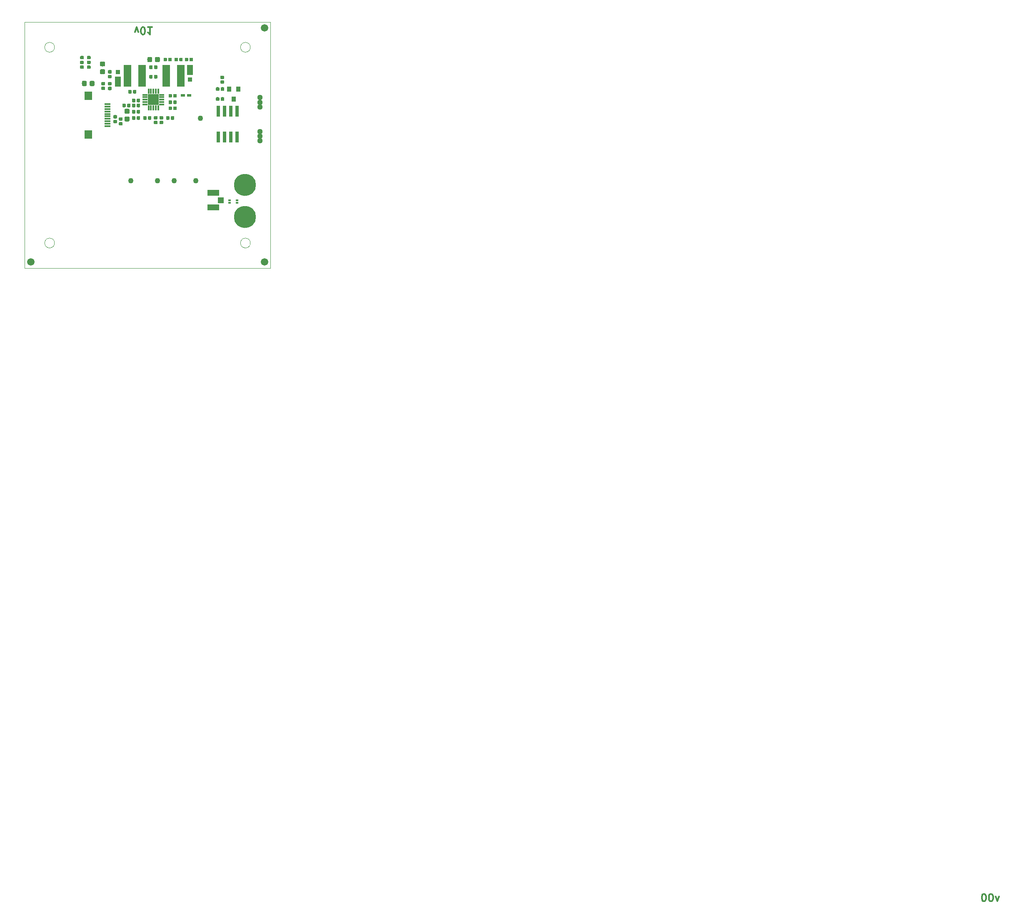
<source format=gbr>
%TF.GenerationSoftware,KiCad,Pcbnew,(5.1.4)-1*%
%TF.CreationDate,2019-12-20T15:52:10-07:00*%
%TF.ProjectId,SolarCell+Y,536f6c61-7243-4656-9c6c-2b592e6b6963,rev?*%
%TF.SameCoordinates,Original*%
%TF.FileFunction,Soldermask,Bot*%
%TF.FilePolarity,Negative*%
%FSLAX46Y46*%
G04 Gerber Fmt 4.6, Leading zero omitted, Abs format (unit mm)*
G04 Created by KiCad (PCBNEW (5.1.4)-1) date 2019-12-20 15:52:10*
%MOMM*%
%LPD*%
G04 APERTURE LIST*
%ADD10C,0.300000*%
%ADD11C,0.050000*%
%ADD12C,1.500000*%
%ADD13C,1.101600*%
%ADD14C,1.117600*%
%ADD15R,1.601600X1.801600*%
%ADD16R,1.201600X0.351600*%
%ADD17R,0.601600X0.401600*%
%ADD18R,1.151600X1.151600*%
%ADD19R,2.351600X1.151600*%
%ADD20R,0.711200X2.311400*%
%ADD21C,0.100000*%
%ADD22C,0.691600*%
%ADD23R,0.901600X1.001600*%
%ADD24R,0.901600X0.901600*%
%ADD25R,1.201600X2.101600*%
%ADD26C,4.501600*%
%ADD27C,0.976600*%
%ADD28R,0.827000X0.627000*%
%ADD29R,2.251600X2.251600*%
%ADD30R,0.401600X1.001600*%
%ADD31R,1.001600X0.401600*%
%ADD32R,1.562100X4.521200*%
G04 APERTURE END LIST*
D10*
X172432885Y-42028228D02*
X172790028Y-41028228D01*
X173147171Y-42028228D01*
X174004314Y-42528228D02*
X174147171Y-42528228D01*
X174290028Y-42456800D01*
X174361457Y-42385371D01*
X174432885Y-42242514D01*
X174504314Y-41956800D01*
X174504314Y-41599657D01*
X174432885Y-41313942D01*
X174361457Y-41171085D01*
X174290028Y-41099657D01*
X174147171Y-41028228D01*
X174004314Y-41028228D01*
X173861457Y-41099657D01*
X173790028Y-41171085D01*
X173718600Y-41313942D01*
X173647171Y-41599657D01*
X173647171Y-41956800D01*
X173718600Y-42242514D01*
X173790028Y-42385371D01*
X173861457Y-42456800D01*
X174004314Y-42528228D01*
X175932885Y-41028228D02*
X175075742Y-41028228D01*
X175504314Y-41028228D02*
X175504314Y-42528228D01*
X175361457Y-42313942D01*
X175218600Y-42171085D01*
X175075742Y-42099657D01*
D11*
X200000000Y-40000000D02*
X150000000Y-40000000D01*
X150000000Y-90000000D02*
X200000000Y-90000000D01*
X150000000Y-40000000D02*
X150000000Y-90000000D01*
X195900000Y-45100000D02*
G75*
G03X195900000Y-45100000I-1000000J0D01*
G01*
X156100000Y-84900000D02*
G75*
G03X156100000Y-84900000I-1000000J0D01*
G01*
X156100000Y-45100000D02*
G75*
G03X156100000Y-45100000I-1000000J0D01*
G01*
X195900000Y-84900000D02*
G75*
G03X195900000Y-84900000I-1000000J0D01*
G01*
X200000000Y-90000000D02*
X200000000Y-40000000D01*
D10*
X348051214Y-217737571D02*
X347694071Y-218737571D01*
X347336928Y-217737571D01*
X346479785Y-217237571D02*
X346336928Y-217237571D01*
X346194071Y-217309000D01*
X346122642Y-217380428D01*
X346051214Y-217523285D01*
X345979785Y-217809000D01*
X345979785Y-218166142D01*
X346051214Y-218451857D01*
X346122642Y-218594714D01*
X346194071Y-218666142D01*
X346336928Y-218737571D01*
X346479785Y-218737571D01*
X346622642Y-218666142D01*
X346694071Y-218594714D01*
X346765500Y-218451857D01*
X346836928Y-218166142D01*
X346836928Y-217809000D01*
X346765500Y-217523285D01*
X346694071Y-217380428D01*
X346622642Y-217309000D01*
X346479785Y-217237571D01*
X345051214Y-217237571D02*
X344908357Y-217237571D01*
X344765500Y-217309000D01*
X344694071Y-217380428D01*
X344622642Y-217523285D01*
X344551214Y-217809000D01*
X344551214Y-218166142D01*
X344622642Y-218451857D01*
X344694071Y-218594714D01*
X344765500Y-218666142D01*
X344908357Y-218737571D01*
X345051214Y-218737571D01*
X345194071Y-218666142D01*
X345265500Y-218594714D01*
X345336928Y-218451857D01*
X345408357Y-218166142D01*
X345408357Y-217809000D01*
X345336928Y-217523285D01*
X345265500Y-217380428D01*
X345194071Y-217309000D01*
X345051214Y-217237571D01*
D12*
X198755000Y-41148000D03*
X151257000Y-88773000D03*
X198755000Y-88773000D03*
D13*
X185750200Y-59512200D03*
X184835800Y-72263000D03*
X176987200Y-72263000D03*
X171602400Y-72263000D03*
X180424666Y-72263000D03*
D14*
X197866000Y-64130000D03*
X197866000Y-55330000D03*
X197866000Y-63180000D03*
X197866000Y-62230000D03*
X197866000Y-56280000D03*
X197866000Y-57230000D03*
D15*
X162993240Y-54997520D03*
X162993240Y-62797520D03*
D16*
X166893240Y-56647520D03*
X166893240Y-57147520D03*
X166893240Y-57647520D03*
X166893240Y-58147520D03*
X166893240Y-58647520D03*
X166893240Y-59147520D03*
X166893240Y-59647520D03*
X166893240Y-60147520D03*
X166893240Y-60647520D03*
X166893240Y-61147520D03*
D17*
X191655000Y-76729000D03*
X193155000Y-76729000D03*
X193155000Y-76179000D03*
X191655000Y-76179000D03*
D18*
X189866000Y-76200000D03*
D19*
X188341000Y-77675000D03*
X188341000Y-74725000D03*
D20*
X189357000Y-63322200D03*
X190627000Y-63322200D03*
X191897000Y-63322200D03*
X193167000Y-63322200D03*
X193167000Y-58089800D03*
X191897000Y-58089800D03*
X190627000Y-58089800D03*
X189357000Y-58089800D03*
D21*
G36*
X189442847Y-55256033D02*
G01*
X189459631Y-55258522D01*
X189476090Y-55262645D01*
X189492066Y-55268361D01*
X189507404Y-55275616D01*
X189521958Y-55284339D01*
X189535587Y-55294446D01*
X189548159Y-55305841D01*
X189559554Y-55318413D01*
X189569661Y-55332042D01*
X189578384Y-55346596D01*
X189585639Y-55361934D01*
X189591355Y-55377910D01*
X189595478Y-55394369D01*
X189597967Y-55411153D01*
X189598800Y-55428100D01*
X189598800Y-55823900D01*
X189597967Y-55840847D01*
X189595478Y-55857631D01*
X189591355Y-55874090D01*
X189585639Y-55890066D01*
X189578384Y-55905404D01*
X189569661Y-55919958D01*
X189559554Y-55933587D01*
X189548159Y-55946159D01*
X189535587Y-55957554D01*
X189521958Y-55967661D01*
X189507404Y-55976384D01*
X189492066Y-55983639D01*
X189476090Y-55989355D01*
X189459631Y-55993478D01*
X189442847Y-55995967D01*
X189425900Y-55996800D01*
X189080100Y-55996800D01*
X189063153Y-55995967D01*
X189046369Y-55993478D01*
X189029910Y-55989355D01*
X189013934Y-55983639D01*
X188998596Y-55976384D01*
X188984042Y-55967661D01*
X188970413Y-55957554D01*
X188957841Y-55946159D01*
X188946446Y-55933587D01*
X188936339Y-55919958D01*
X188927616Y-55905404D01*
X188920361Y-55890066D01*
X188914645Y-55874090D01*
X188910522Y-55857631D01*
X188908033Y-55840847D01*
X188907200Y-55823900D01*
X188907200Y-55428100D01*
X188908033Y-55411153D01*
X188910522Y-55394369D01*
X188914645Y-55377910D01*
X188920361Y-55361934D01*
X188927616Y-55346596D01*
X188936339Y-55332042D01*
X188946446Y-55318413D01*
X188957841Y-55305841D01*
X188970413Y-55294446D01*
X188984042Y-55284339D01*
X188998596Y-55275616D01*
X189013934Y-55268361D01*
X189029910Y-55262645D01*
X189046369Y-55258522D01*
X189063153Y-55256033D01*
X189080100Y-55255200D01*
X189425900Y-55255200D01*
X189442847Y-55256033D01*
X189442847Y-55256033D01*
G37*
D22*
X189253000Y-55626000D03*
D21*
G36*
X190412847Y-55256033D02*
G01*
X190429631Y-55258522D01*
X190446090Y-55262645D01*
X190462066Y-55268361D01*
X190477404Y-55275616D01*
X190491958Y-55284339D01*
X190505587Y-55294446D01*
X190518159Y-55305841D01*
X190529554Y-55318413D01*
X190539661Y-55332042D01*
X190548384Y-55346596D01*
X190555639Y-55361934D01*
X190561355Y-55377910D01*
X190565478Y-55394369D01*
X190567967Y-55411153D01*
X190568800Y-55428100D01*
X190568800Y-55823900D01*
X190567967Y-55840847D01*
X190565478Y-55857631D01*
X190561355Y-55874090D01*
X190555639Y-55890066D01*
X190548384Y-55905404D01*
X190539661Y-55919958D01*
X190529554Y-55933587D01*
X190518159Y-55946159D01*
X190505587Y-55957554D01*
X190491958Y-55967661D01*
X190477404Y-55976384D01*
X190462066Y-55983639D01*
X190446090Y-55989355D01*
X190429631Y-55993478D01*
X190412847Y-55995967D01*
X190395900Y-55996800D01*
X190050100Y-55996800D01*
X190033153Y-55995967D01*
X190016369Y-55993478D01*
X189999910Y-55989355D01*
X189983934Y-55983639D01*
X189968596Y-55976384D01*
X189954042Y-55967661D01*
X189940413Y-55957554D01*
X189927841Y-55946159D01*
X189916446Y-55933587D01*
X189906339Y-55919958D01*
X189897616Y-55905404D01*
X189890361Y-55890066D01*
X189884645Y-55874090D01*
X189880522Y-55857631D01*
X189878033Y-55840847D01*
X189877200Y-55823900D01*
X189877200Y-55428100D01*
X189878033Y-55411153D01*
X189880522Y-55394369D01*
X189884645Y-55377910D01*
X189890361Y-55361934D01*
X189897616Y-55346596D01*
X189906339Y-55332042D01*
X189916446Y-55318413D01*
X189927841Y-55305841D01*
X189940413Y-55294446D01*
X189954042Y-55284339D01*
X189968596Y-55275616D01*
X189983934Y-55268361D01*
X189999910Y-55262645D01*
X190016369Y-55258522D01*
X190033153Y-55256033D01*
X190050100Y-55255200D01*
X190395900Y-55255200D01*
X190412847Y-55256033D01*
X190412847Y-55256033D01*
G37*
D22*
X190223000Y-55626000D03*
D21*
G36*
X189442847Y-53224033D02*
G01*
X189459631Y-53226522D01*
X189476090Y-53230645D01*
X189492066Y-53236361D01*
X189507404Y-53243616D01*
X189521958Y-53252339D01*
X189535587Y-53262446D01*
X189548159Y-53273841D01*
X189559554Y-53286413D01*
X189569661Y-53300042D01*
X189578384Y-53314596D01*
X189585639Y-53329934D01*
X189591355Y-53345910D01*
X189595478Y-53362369D01*
X189597967Y-53379153D01*
X189598800Y-53396100D01*
X189598800Y-53791900D01*
X189597967Y-53808847D01*
X189595478Y-53825631D01*
X189591355Y-53842090D01*
X189585639Y-53858066D01*
X189578384Y-53873404D01*
X189569661Y-53887958D01*
X189559554Y-53901587D01*
X189548159Y-53914159D01*
X189535587Y-53925554D01*
X189521958Y-53935661D01*
X189507404Y-53944384D01*
X189492066Y-53951639D01*
X189476090Y-53957355D01*
X189459631Y-53961478D01*
X189442847Y-53963967D01*
X189425900Y-53964800D01*
X189080100Y-53964800D01*
X189063153Y-53963967D01*
X189046369Y-53961478D01*
X189029910Y-53957355D01*
X189013934Y-53951639D01*
X188998596Y-53944384D01*
X188984042Y-53935661D01*
X188970413Y-53925554D01*
X188957841Y-53914159D01*
X188946446Y-53901587D01*
X188936339Y-53887958D01*
X188927616Y-53873404D01*
X188920361Y-53858066D01*
X188914645Y-53842090D01*
X188910522Y-53825631D01*
X188908033Y-53808847D01*
X188907200Y-53791900D01*
X188907200Y-53396100D01*
X188908033Y-53379153D01*
X188910522Y-53362369D01*
X188914645Y-53345910D01*
X188920361Y-53329934D01*
X188927616Y-53314596D01*
X188936339Y-53300042D01*
X188946446Y-53286413D01*
X188957841Y-53273841D01*
X188970413Y-53262446D01*
X188984042Y-53252339D01*
X188998596Y-53243616D01*
X189013934Y-53236361D01*
X189029910Y-53230645D01*
X189046369Y-53226522D01*
X189063153Y-53224033D01*
X189080100Y-53223200D01*
X189425900Y-53223200D01*
X189442847Y-53224033D01*
X189442847Y-53224033D01*
G37*
D22*
X189253000Y-53594000D03*
D21*
G36*
X190412847Y-53224033D02*
G01*
X190429631Y-53226522D01*
X190446090Y-53230645D01*
X190462066Y-53236361D01*
X190477404Y-53243616D01*
X190491958Y-53252339D01*
X190505587Y-53262446D01*
X190518159Y-53273841D01*
X190529554Y-53286413D01*
X190539661Y-53300042D01*
X190548384Y-53314596D01*
X190555639Y-53329934D01*
X190561355Y-53345910D01*
X190565478Y-53362369D01*
X190567967Y-53379153D01*
X190568800Y-53396100D01*
X190568800Y-53791900D01*
X190567967Y-53808847D01*
X190565478Y-53825631D01*
X190561355Y-53842090D01*
X190555639Y-53858066D01*
X190548384Y-53873404D01*
X190539661Y-53887958D01*
X190529554Y-53901587D01*
X190518159Y-53914159D01*
X190505587Y-53925554D01*
X190491958Y-53935661D01*
X190477404Y-53944384D01*
X190462066Y-53951639D01*
X190446090Y-53957355D01*
X190429631Y-53961478D01*
X190412847Y-53963967D01*
X190395900Y-53964800D01*
X190050100Y-53964800D01*
X190033153Y-53963967D01*
X190016369Y-53961478D01*
X189999910Y-53957355D01*
X189983934Y-53951639D01*
X189968596Y-53944384D01*
X189954042Y-53935661D01*
X189940413Y-53925554D01*
X189927841Y-53914159D01*
X189916446Y-53901587D01*
X189906339Y-53887958D01*
X189897616Y-53873404D01*
X189890361Y-53858066D01*
X189884645Y-53842090D01*
X189880522Y-53825631D01*
X189878033Y-53808847D01*
X189877200Y-53791900D01*
X189877200Y-53396100D01*
X189878033Y-53379153D01*
X189880522Y-53362369D01*
X189884645Y-53345910D01*
X189890361Y-53329934D01*
X189897616Y-53314596D01*
X189906339Y-53300042D01*
X189916446Y-53286413D01*
X189927841Y-53273841D01*
X189940413Y-53262446D01*
X189954042Y-53252339D01*
X189968596Y-53243616D01*
X189983934Y-53236361D01*
X189999910Y-53230645D01*
X190016369Y-53226522D01*
X190033153Y-53224033D01*
X190050100Y-53223200D01*
X190395900Y-53223200D01*
X190412847Y-53224033D01*
X190412847Y-53224033D01*
G37*
D22*
X190223000Y-53594000D03*
D21*
G36*
X190397347Y-50859033D02*
G01*
X190414131Y-50861522D01*
X190430590Y-50865645D01*
X190446566Y-50871361D01*
X190461904Y-50878616D01*
X190476458Y-50887339D01*
X190490087Y-50897446D01*
X190502659Y-50908841D01*
X190514054Y-50921413D01*
X190524161Y-50935042D01*
X190532884Y-50949596D01*
X190540139Y-50964934D01*
X190545855Y-50980910D01*
X190549978Y-50997369D01*
X190552467Y-51014153D01*
X190553300Y-51031100D01*
X190553300Y-51376900D01*
X190552467Y-51393847D01*
X190549978Y-51410631D01*
X190545855Y-51427090D01*
X190540139Y-51443066D01*
X190532884Y-51458404D01*
X190524161Y-51472958D01*
X190514054Y-51486587D01*
X190502659Y-51499159D01*
X190490087Y-51510554D01*
X190476458Y-51520661D01*
X190461904Y-51529384D01*
X190446566Y-51536639D01*
X190430590Y-51542355D01*
X190414131Y-51546478D01*
X190397347Y-51548967D01*
X190380400Y-51549800D01*
X189984600Y-51549800D01*
X189967653Y-51548967D01*
X189950869Y-51546478D01*
X189934410Y-51542355D01*
X189918434Y-51536639D01*
X189903096Y-51529384D01*
X189888542Y-51520661D01*
X189874913Y-51510554D01*
X189862341Y-51499159D01*
X189850946Y-51486587D01*
X189840839Y-51472958D01*
X189832116Y-51458404D01*
X189824861Y-51443066D01*
X189819145Y-51427090D01*
X189815022Y-51410631D01*
X189812533Y-51393847D01*
X189811700Y-51376900D01*
X189811700Y-51031100D01*
X189812533Y-51014153D01*
X189815022Y-50997369D01*
X189819145Y-50980910D01*
X189824861Y-50964934D01*
X189832116Y-50949596D01*
X189840839Y-50935042D01*
X189850946Y-50921413D01*
X189862341Y-50908841D01*
X189874913Y-50897446D01*
X189888542Y-50887339D01*
X189903096Y-50878616D01*
X189918434Y-50871361D01*
X189934410Y-50865645D01*
X189950869Y-50861522D01*
X189967653Y-50859033D01*
X189984600Y-50858200D01*
X190380400Y-50858200D01*
X190397347Y-50859033D01*
X190397347Y-50859033D01*
G37*
D22*
X190182500Y-51204000D03*
D21*
G36*
X190397347Y-51829033D02*
G01*
X190414131Y-51831522D01*
X190430590Y-51835645D01*
X190446566Y-51841361D01*
X190461904Y-51848616D01*
X190476458Y-51857339D01*
X190490087Y-51867446D01*
X190502659Y-51878841D01*
X190514054Y-51891413D01*
X190524161Y-51905042D01*
X190532884Y-51919596D01*
X190540139Y-51934934D01*
X190545855Y-51950910D01*
X190549978Y-51967369D01*
X190552467Y-51984153D01*
X190553300Y-52001100D01*
X190553300Y-52346900D01*
X190552467Y-52363847D01*
X190549978Y-52380631D01*
X190545855Y-52397090D01*
X190540139Y-52413066D01*
X190532884Y-52428404D01*
X190524161Y-52442958D01*
X190514054Y-52456587D01*
X190502659Y-52469159D01*
X190490087Y-52480554D01*
X190476458Y-52490661D01*
X190461904Y-52499384D01*
X190446566Y-52506639D01*
X190430590Y-52512355D01*
X190414131Y-52516478D01*
X190397347Y-52518967D01*
X190380400Y-52519800D01*
X189984600Y-52519800D01*
X189967653Y-52518967D01*
X189950869Y-52516478D01*
X189934410Y-52512355D01*
X189918434Y-52506639D01*
X189903096Y-52499384D01*
X189888542Y-52490661D01*
X189874913Y-52480554D01*
X189862341Y-52469159D01*
X189850946Y-52456587D01*
X189840839Y-52442958D01*
X189832116Y-52428404D01*
X189824861Y-52413066D01*
X189819145Y-52397090D01*
X189815022Y-52380631D01*
X189812533Y-52363847D01*
X189811700Y-52346900D01*
X189811700Y-52001100D01*
X189812533Y-51984153D01*
X189815022Y-51967369D01*
X189819145Y-51950910D01*
X189824861Y-51934934D01*
X189832116Y-51919596D01*
X189840839Y-51905042D01*
X189850946Y-51891413D01*
X189862341Y-51878841D01*
X189874913Y-51867446D01*
X189888542Y-51857339D01*
X189903096Y-51848616D01*
X189918434Y-51841361D01*
X189934410Y-51835645D01*
X189950869Y-51831522D01*
X189967653Y-51829033D01*
X189984600Y-51828200D01*
X190380400Y-51828200D01*
X190397347Y-51829033D01*
X190397347Y-51829033D01*
G37*
D22*
X190182500Y-52174000D03*
D21*
G36*
X168642247Y-58885433D02*
G01*
X168659031Y-58887922D01*
X168675490Y-58892045D01*
X168691466Y-58897761D01*
X168706804Y-58905016D01*
X168721358Y-58913739D01*
X168734987Y-58923846D01*
X168747559Y-58935241D01*
X168758954Y-58947813D01*
X168769061Y-58961442D01*
X168777784Y-58975996D01*
X168785039Y-58991334D01*
X168790755Y-59007310D01*
X168794878Y-59023769D01*
X168797367Y-59040553D01*
X168798200Y-59057500D01*
X168798200Y-59403300D01*
X168797367Y-59420247D01*
X168794878Y-59437031D01*
X168790755Y-59453490D01*
X168785039Y-59469466D01*
X168777784Y-59484804D01*
X168769061Y-59499358D01*
X168758954Y-59512987D01*
X168747559Y-59525559D01*
X168734987Y-59536954D01*
X168721358Y-59547061D01*
X168706804Y-59555784D01*
X168691466Y-59563039D01*
X168675490Y-59568755D01*
X168659031Y-59572878D01*
X168642247Y-59575367D01*
X168625300Y-59576200D01*
X168229500Y-59576200D01*
X168212553Y-59575367D01*
X168195769Y-59572878D01*
X168179310Y-59568755D01*
X168163334Y-59563039D01*
X168147996Y-59555784D01*
X168133442Y-59547061D01*
X168119813Y-59536954D01*
X168107241Y-59525559D01*
X168095846Y-59512987D01*
X168085739Y-59499358D01*
X168077016Y-59484804D01*
X168069761Y-59469466D01*
X168064045Y-59453490D01*
X168059922Y-59437031D01*
X168057433Y-59420247D01*
X168056600Y-59403300D01*
X168056600Y-59057500D01*
X168057433Y-59040553D01*
X168059922Y-59023769D01*
X168064045Y-59007310D01*
X168069761Y-58991334D01*
X168077016Y-58975996D01*
X168085739Y-58961442D01*
X168095846Y-58947813D01*
X168107241Y-58935241D01*
X168119813Y-58923846D01*
X168133442Y-58913739D01*
X168147996Y-58905016D01*
X168163334Y-58897761D01*
X168179310Y-58892045D01*
X168195769Y-58887922D01*
X168212553Y-58885433D01*
X168229500Y-58884600D01*
X168625300Y-58884600D01*
X168642247Y-58885433D01*
X168642247Y-58885433D01*
G37*
D22*
X168427400Y-59230400D03*
D21*
G36*
X168642247Y-59855433D02*
G01*
X168659031Y-59857922D01*
X168675490Y-59862045D01*
X168691466Y-59867761D01*
X168706804Y-59875016D01*
X168721358Y-59883739D01*
X168734987Y-59893846D01*
X168747559Y-59905241D01*
X168758954Y-59917813D01*
X168769061Y-59931442D01*
X168777784Y-59945996D01*
X168785039Y-59961334D01*
X168790755Y-59977310D01*
X168794878Y-59993769D01*
X168797367Y-60010553D01*
X168798200Y-60027500D01*
X168798200Y-60373300D01*
X168797367Y-60390247D01*
X168794878Y-60407031D01*
X168790755Y-60423490D01*
X168785039Y-60439466D01*
X168777784Y-60454804D01*
X168769061Y-60469358D01*
X168758954Y-60482987D01*
X168747559Y-60495559D01*
X168734987Y-60506954D01*
X168721358Y-60517061D01*
X168706804Y-60525784D01*
X168691466Y-60533039D01*
X168675490Y-60538755D01*
X168659031Y-60542878D01*
X168642247Y-60545367D01*
X168625300Y-60546200D01*
X168229500Y-60546200D01*
X168212553Y-60545367D01*
X168195769Y-60542878D01*
X168179310Y-60538755D01*
X168163334Y-60533039D01*
X168147996Y-60525784D01*
X168133442Y-60517061D01*
X168119813Y-60506954D01*
X168107241Y-60495559D01*
X168095846Y-60482987D01*
X168085739Y-60469358D01*
X168077016Y-60454804D01*
X168069761Y-60439466D01*
X168064045Y-60423490D01*
X168059922Y-60407031D01*
X168057433Y-60390247D01*
X168056600Y-60373300D01*
X168056600Y-60027500D01*
X168057433Y-60010553D01*
X168059922Y-59993769D01*
X168064045Y-59977310D01*
X168069761Y-59961334D01*
X168077016Y-59945996D01*
X168085739Y-59931442D01*
X168095846Y-59917813D01*
X168107241Y-59905241D01*
X168119813Y-59893846D01*
X168133442Y-59883739D01*
X168147996Y-59875016D01*
X168163334Y-59867761D01*
X168179310Y-59862045D01*
X168195769Y-59857922D01*
X168212553Y-59855433D01*
X168229500Y-59854600D01*
X168625300Y-59854600D01*
X168642247Y-59855433D01*
X168642247Y-59855433D01*
G37*
D22*
X168427400Y-60200400D03*
D23*
X192532000Y-55610000D03*
X193482000Y-53610000D03*
X191582000Y-53610000D03*
D24*
X183591200Y-51618200D03*
D25*
X183591200Y-49718200D03*
D26*
X194800000Y-73100000D03*
X194800000Y-79600000D03*
D21*
G36*
X166203847Y-52129033D02*
G01*
X166220631Y-52131522D01*
X166237090Y-52135645D01*
X166253066Y-52141361D01*
X166268404Y-52148616D01*
X166282958Y-52157339D01*
X166296587Y-52167446D01*
X166309159Y-52178841D01*
X166320554Y-52191413D01*
X166330661Y-52205042D01*
X166339384Y-52219596D01*
X166346639Y-52234934D01*
X166352355Y-52250910D01*
X166356478Y-52267369D01*
X166358967Y-52284153D01*
X166359800Y-52301100D01*
X166359800Y-52646900D01*
X166358967Y-52663847D01*
X166356478Y-52680631D01*
X166352355Y-52697090D01*
X166346639Y-52713066D01*
X166339384Y-52728404D01*
X166330661Y-52742958D01*
X166320554Y-52756587D01*
X166309159Y-52769159D01*
X166296587Y-52780554D01*
X166282958Y-52790661D01*
X166268404Y-52799384D01*
X166253066Y-52806639D01*
X166237090Y-52812355D01*
X166220631Y-52816478D01*
X166203847Y-52818967D01*
X166186900Y-52819800D01*
X165791100Y-52819800D01*
X165774153Y-52818967D01*
X165757369Y-52816478D01*
X165740910Y-52812355D01*
X165724934Y-52806639D01*
X165709596Y-52799384D01*
X165695042Y-52790661D01*
X165681413Y-52780554D01*
X165668841Y-52769159D01*
X165657446Y-52756587D01*
X165647339Y-52742958D01*
X165638616Y-52728404D01*
X165631361Y-52713066D01*
X165625645Y-52697090D01*
X165621522Y-52680631D01*
X165619033Y-52663847D01*
X165618200Y-52646900D01*
X165618200Y-52301100D01*
X165619033Y-52284153D01*
X165621522Y-52267369D01*
X165625645Y-52250910D01*
X165631361Y-52234934D01*
X165638616Y-52219596D01*
X165647339Y-52205042D01*
X165657446Y-52191413D01*
X165668841Y-52178841D01*
X165681413Y-52167446D01*
X165695042Y-52157339D01*
X165709596Y-52148616D01*
X165724934Y-52141361D01*
X165740910Y-52135645D01*
X165757369Y-52131522D01*
X165774153Y-52129033D01*
X165791100Y-52128200D01*
X166186900Y-52128200D01*
X166203847Y-52129033D01*
X166203847Y-52129033D01*
G37*
D22*
X165989000Y-52474000D03*
D21*
G36*
X166203847Y-53099033D02*
G01*
X166220631Y-53101522D01*
X166237090Y-53105645D01*
X166253066Y-53111361D01*
X166268404Y-53118616D01*
X166282958Y-53127339D01*
X166296587Y-53137446D01*
X166309159Y-53148841D01*
X166320554Y-53161413D01*
X166330661Y-53175042D01*
X166339384Y-53189596D01*
X166346639Y-53204934D01*
X166352355Y-53220910D01*
X166356478Y-53237369D01*
X166358967Y-53254153D01*
X166359800Y-53271100D01*
X166359800Y-53616900D01*
X166358967Y-53633847D01*
X166356478Y-53650631D01*
X166352355Y-53667090D01*
X166346639Y-53683066D01*
X166339384Y-53698404D01*
X166330661Y-53712958D01*
X166320554Y-53726587D01*
X166309159Y-53739159D01*
X166296587Y-53750554D01*
X166282958Y-53760661D01*
X166268404Y-53769384D01*
X166253066Y-53776639D01*
X166237090Y-53782355D01*
X166220631Y-53786478D01*
X166203847Y-53788967D01*
X166186900Y-53789800D01*
X165791100Y-53789800D01*
X165774153Y-53788967D01*
X165757369Y-53786478D01*
X165740910Y-53782355D01*
X165724934Y-53776639D01*
X165709596Y-53769384D01*
X165695042Y-53760661D01*
X165681413Y-53750554D01*
X165668841Y-53739159D01*
X165657446Y-53726587D01*
X165647339Y-53712958D01*
X165638616Y-53698404D01*
X165631361Y-53683066D01*
X165625645Y-53667090D01*
X165621522Y-53650631D01*
X165619033Y-53633847D01*
X165618200Y-53616900D01*
X165618200Y-53271100D01*
X165619033Y-53254153D01*
X165621522Y-53237369D01*
X165625645Y-53220910D01*
X165631361Y-53204934D01*
X165638616Y-53189596D01*
X165647339Y-53175042D01*
X165657446Y-53161413D01*
X165668841Y-53148841D01*
X165681413Y-53137446D01*
X165695042Y-53127339D01*
X165709596Y-53118616D01*
X165724934Y-53111361D01*
X165740910Y-53105645D01*
X165757369Y-53101522D01*
X165774153Y-53099033D01*
X165791100Y-53098200D01*
X166186900Y-53098200D01*
X166203847Y-53099033D01*
X166203847Y-53099033D01*
G37*
D22*
X165989000Y-53444000D03*
D21*
G36*
X171135821Y-57617816D02*
G01*
X171159521Y-57621331D01*
X171182763Y-57627153D01*
X171205322Y-57635225D01*
X171226982Y-57645469D01*
X171247532Y-57657787D01*
X171266777Y-57672059D01*
X171284530Y-57688150D01*
X171300621Y-57705903D01*
X171314893Y-57725148D01*
X171327211Y-57745698D01*
X171337455Y-57767358D01*
X171345527Y-57789917D01*
X171351349Y-57813159D01*
X171354864Y-57836859D01*
X171356040Y-57860790D01*
X171356040Y-58349090D01*
X171354864Y-58373021D01*
X171351349Y-58396721D01*
X171345527Y-58419963D01*
X171337455Y-58442522D01*
X171327211Y-58464182D01*
X171314893Y-58484732D01*
X171300621Y-58503977D01*
X171284530Y-58521730D01*
X171266777Y-58537821D01*
X171247532Y-58552093D01*
X171226982Y-58564411D01*
X171205322Y-58574655D01*
X171182763Y-58582727D01*
X171159521Y-58588549D01*
X171135821Y-58592064D01*
X171111890Y-58593240D01*
X170548590Y-58593240D01*
X170524659Y-58592064D01*
X170500959Y-58588549D01*
X170477717Y-58582727D01*
X170455158Y-58574655D01*
X170433498Y-58564411D01*
X170412948Y-58552093D01*
X170393703Y-58537821D01*
X170375950Y-58521730D01*
X170359859Y-58503977D01*
X170345587Y-58484732D01*
X170333269Y-58464182D01*
X170323025Y-58442522D01*
X170314953Y-58419963D01*
X170309131Y-58396721D01*
X170305616Y-58373021D01*
X170304440Y-58349090D01*
X170304440Y-57860790D01*
X170305616Y-57836859D01*
X170309131Y-57813159D01*
X170314953Y-57789917D01*
X170323025Y-57767358D01*
X170333269Y-57745698D01*
X170345587Y-57725148D01*
X170359859Y-57705903D01*
X170375950Y-57688150D01*
X170393703Y-57672059D01*
X170412948Y-57657787D01*
X170433498Y-57645469D01*
X170455158Y-57635225D01*
X170477717Y-57627153D01*
X170500959Y-57621331D01*
X170524659Y-57617816D01*
X170548590Y-57616640D01*
X171111890Y-57616640D01*
X171135821Y-57617816D01*
X171135821Y-57617816D01*
G37*
D27*
X170830240Y-58104940D03*
D21*
G36*
X171135821Y-59192816D02*
G01*
X171159521Y-59196331D01*
X171182763Y-59202153D01*
X171205322Y-59210225D01*
X171226982Y-59220469D01*
X171247532Y-59232787D01*
X171266777Y-59247059D01*
X171284530Y-59263150D01*
X171300621Y-59280903D01*
X171314893Y-59300148D01*
X171327211Y-59320698D01*
X171337455Y-59342358D01*
X171345527Y-59364917D01*
X171351349Y-59388159D01*
X171354864Y-59411859D01*
X171356040Y-59435790D01*
X171356040Y-59924090D01*
X171354864Y-59948021D01*
X171351349Y-59971721D01*
X171345527Y-59994963D01*
X171337455Y-60017522D01*
X171327211Y-60039182D01*
X171314893Y-60059732D01*
X171300621Y-60078977D01*
X171284530Y-60096730D01*
X171266777Y-60112821D01*
X171247532Y-60127093D01*
X171226982Y-60139411D01*
X171205322Y-60149655D01*
X171182763Y-60157727D01*
X171159521Y-60163549D01*
X171135821Y-60167064D01*
X171111890Y-60168240D01*
X170548590Y-60168240D01*
X170524659Y-60167064D01*
X170500959Y-60163549D01*
X170477717Y-60157727D01*
X170455158Y-60149655D01*
X170433498Y-60139411D01*
X170412948Y-60127093D01*
X170393703Y-60112821D01*
X170375950Y-60096730D01*
X170359859Y-60078977D01*
X170345587Y-60059732D01*
X170333269Y-60039182D01*
X170323025Y-60017522D01*
X170314953Y-59994963D01*
X170309131Y-59971721D01*
X170305616Y-59948021D01*
X170304440Y-59924090D01*
X170304440Y-59435790D01*
X170305616Y-59411859D01*
X170309131Y-59388159D01*
X170314953Y-59364917D01*
X170323025Y-59342358D01*
X170333269Y-59320698D01*
X170345587Y-59300148D01*
X170359859Y-59280903D01*
X170375950Y-59263150D01*
X170393703Y-59247059D01*
X170412948Y-59232787D01*
X170433498Y-59220469D01*
X170455158Y-59210225D01*
X170477717Y-59202153D01*
X170500959Y-59196331D01*
X170524659Y-59192816D01*
X170548590Y-59191640D01*
X171111890Y-59191640D01*
X171135821Y-59192816D01*
X171135821Y-59192816D01*
G37*
D27*
X170830240Y-59679940D03*
D21*
G36*
X175889427Y-48779817D02*
G01*
X175906211Y-48782306D01*
X175922670Y-48786429D01*
X175938646Y-48792145D01*
X175953984Y-48799400D01*
X175968538Y-48808123D01*
X175982167Y-48818230D01*
X175994739Y-48829625D01*
X176006134Y-48842197D01*
X176016241Y-48855826D01*
X176024964Y-48870380D01*
X176032219Y-48885718D01*
X176037935Y-48901694D01*
X176042058Y-48918153D01*
X176044547Y-48934937D01*
X176045380Y-48951884D01*
X176045380Y-49347684D01*
X176044547Y-49364631D01*
X176042058Y-49381415D01*
X176037935Y-49397874D01*
X176032219Y-49413850D01*
X176024964Y-49429188D01*
X176016241Y-49443742D01*
X176006134Y-49457371D01*
X175994739Y-49469943D01*
X175982167Y-49481338D01*
X175968538Y-49491445D01*
X175953984Y-49500168D01*
X175938646Y-49507423D01*
X175922670Y-49513139D01*
X175906211Y-49517262D01*
X175889427Y-49519751D01*
X175872480Y-49520584D01*
X175526680Y-49520584D01*
X175509733Y-49519751D01*
X175492949Y-49517262D01*
X175476490Y-49513139D01*
X175460514Y-49507423D01*
X175445176Y-49500168D01*
X175430622Y-49491445D01*
X175416993Y-49481338D01*
X175404421Y-49469943D01*
X175393026Y-49457371D01*
X175382919Y-49443742D01*
X175374196Y-49429188D01*
X175366941Y-49413850D01*
X175361225Y-49397874D01*
X175357102Y-49381415D01*
X175354613Y-49364631D01*
X175353780Y-49347684D01*
X175353780Y-48951884D01*
X175354613Y-48934937D01*
X175357102Y-48918153D01*
X175361225Y-48901694D01*
X175366941Y-48885718D01*
X175374196Y-48870380D01*
X175382919Y-48855826D01*
X175393026Y-48842197D01*
X175404421Y-48829625D01*
X175416993Y-48818230D01*
X175430622Y-48808123D01*
X175445176Y-48799400D01*
X175460514Y-48792145D01*
X175476490Y-48786429D01*
X175492949Y-48782306D01*
X175509733Y-48779817D01*
X175526680Y-48778984D01*
X175872480Y-48778984D01*
X175889427Y-48779817D01*
X175889427Y-48779817D01*
G37*
D22*
X175699580Y-49149784D03*
D21*
G36*
X176859427Y-48779817D02*
G01*
X176876211Y-48782306D01*
X176892670Y-48786429D01*
X176908646Y-48792145D01*
X176923984Y-48799400D01*
X176938538Y-48808123D01*
X176952167Y-48818230D01*
X176964739Y-48829625D01*
X176976134Y-48842197D01*
X176986241Y-48855826D01*
X176994964Y-48870380D01*
X177002219Y-48885718D01*
X177007935Y-48901694D01*
X177012058Y-48918153D01*
X177014547Y-48934937D01*
X177015380Y-48951884D01*
X177015380Y-49347684D01*
X177014547Y-49364631D01*
X177012058Y-49381415D01*
X177007935Y-49397874D01*
X177002219Y-49413850D01*
X176994964Y-49429188D01*
X176986241Y-49443742D01*
X176976134Y-49457371D01*
X176964739Y-49469943D01*
X176952167Y-49481338D01*
X176938538Y-49491445D01*
X176923984Y-49500168D01*
X176908646Y-49507423D01*
X176892670Y-49513139D01*
X176876211Y-49517262D01*
X176859427Y-49519751D01*
X176842480Y-49520584D01*
X176496680Y-49520584D01*
X176479733Y-49519751D01*
X176462949Y-49517262D01*
X176446490Y-49513139D01*
X176430514Y-49507423D01*
X176415176Y-49500168D01*
X176400622Y-49491445D01*
X176386993Y-49481338D01*
X176374421Y-49469943D01*
X176363026Y-49457371D01*
X176352919Y-49443742D01*
X176344196Y-49429188D01*
X176336941Y-49413850D01*
X176331225Y-49397874D01*
X176327102Y-49381415D01*
X176324613Y-49364631D01*
X176323780Y-49347684D01*
X176323780Y-48951884D01*
X176324613Y-48934937D01*
X176327102Y-48918153D01*
X176331225Y-48901694D01*
X176336941Y-48885718D01*
X176344196Y-48870380D01*
X176352919Y-48855826D01*
X176363026Y-48842197D01*
X176374421Y-48829625D01*
X176386993Y-48818230D01*
X176400622Y-48808123D01*
X176415176Y-48799400D01*
X176430514Y-48792145D01*
X176446490Y-48786429D01*
X176462949Y-48782306D01*
X176479733Y-48779817D01*
X176496680Y-48778984D01*
X176842480Y-48778984D01*
X176859427Y-48779817D01*
X176859427Y-48779817D01*
G37*
D22*
X176669580Y-49149784D03*
D21*
G36*
X162421581Y-51926376D02*
G01*
X162445281Y-51929891D01*
X162468523Y-51935713D01*
X162491082Y-51943785D01*
X162512742Y-51954029D01*
X162533292Y-51966347D01*
X162552537Y-51980619D01*
X162570290Y-51996710D01*
X162586381Y-52014463D01*
X162600653Y-52033708D01*
X162612971Y-52054258D01*
X162623215Y-52075918D01*
X162631287Y-52098477D01*
X162637109Y-52121719D01*
X162640624Y-52145419D01*
X162641800Y-52169350D01*
X162641800Y-52732650D01*
X162640624Y-52756581D01*
X162637109Y-52780281D01*
X162631287Y-52803523D01*
X162623215Y-52826082D01*
X162612971Y-52847742D01*
X162600653Y-52868292D01*
X162586381Y-52887537D01*
X162570290Y-52905290D01*
X162552537Y-52921381D01*
X162533292Y-52935653D01*
X162512742Y-52947971D01*
X162491082Y-52958215D01*
X162468523Y-52966287D01*
X162445281Y-52972109D01*
X162421581Y-52975624D01*
X162397650Y-52976800D01*
X161909350Y-52976800D01*
X161885419Y-52975624D01*
X161861719Y-52972109D01*
X161838477Y-52966287D01*
X161815918Y-52958215D01*
X161794258Y-52947971D01*
X161773708Y-52935653D01*
X161754463Y-52921381D01*
X161736710Y-52905290D01*
X161720619Y-52887537D01*
X161706347Y-52868292D01*
X161694029Y-52847742D01*
X161683785Y-52826082D01*
X161675713Y-52803523D01*
X161669891Y-52780281D01*
X161666376Y-52756581D01*
X161665200Y-52732650D01*
X161665200Y-52169350D01*
X161666376Y-52145419D01*
X161669891Y-52121719D01*
X161675713Y-52098477D01*
X161683785Y-52075918D01*
X161694029Y-52054258D01*
X161706347Y-52033708D01*
X161720619Y-52014463D01*
X161736710Y-51996710D01*
X161754463Y-51980619D01*
X161773708Y-51966347D01*
X161794258Y-51954029D01*
X161815918Y-51943785D01*
X161838477Y-51935713D01*
X161861719Y-51929891D01*
X161885419Y-51926376D01*
X161909350Y-51925200D01*
X162397650Y-51925200D01*
X162421581Y-51926376D01*
X162421581Y-51926376D01*
G37*
D27*
X162153500Y-52451000D03*
D21*
G36*
X163996581Y-51926376D02*
G01*
X164020281Y-51929891D01*
X164043523Y-51935713D01*
X164066082Y-51943785D01*
X164087742Y-51954029D01*
X164108292Y-51966347D01*
X164127537Y-51980619D01*
X164145290Y-51996710D01*
X164161381Y-52014463D01*
X164175653Y-52033708D01*
X164187971Y-52054258D01*
X164198215Y-52075918D01*
X164206287Y-52098477D01*
X164212109Y-52121719D01*
X164215624Y-52145419D01*
X164216800Y-52169350D01*
X164216800Y-52732650D01*
X164215624Y-52756581D01*
X164212109Y-52780281D01*
X164206287Y-52803523D01*
X164198215Y-52826082D01*
X164187971Y-52847742D01*
X164175653Y-52868292D01*
X164161381Y-52887537D01*
X164145290Y-52905290D01*
X164127537Y-52921381D01*
X164108292Y-52935653D01*
X164087742Y-52947971D01*
X164066082Y-52958215D01*
X164043523Y-52966287D01*
X164020281Y-52972109D01*
X163996581Y-52975624D01*
X163972650Y-52976800D01*
X163484350Y-52976800D01*
X163460419Y-52975624D01*
X163436719Y-52972109D01*
X163413477Y-52966287D01*
X163390918Y-52958215D01*
X163369258Y-52947971D01*
X163348708Y-52935653D01*
X163329463Y-52921381D01*
X163311710Y-52905290D01*
X163295619Y-52887537D01*
X163281347Y-52868292D01*
X163269029Y-52847742D01*
X163258785Y-52826082D01*
X163250713Y-52803523D01*
X163244891Y-52780281D01*
X163241376Y-52756581D01*
X163240200Y-52732650D01*
X163240200Y-52169350D01*
X163241376Y-52145419D01*
X163244891Y-52121719D01*
X163250713Y-52098477D01*
X163258785Y-52075918D01*
X163269029Y-52054258D01*
X163281347Y-52033708D01*
X163295619Y-52014463D01*
X163311710Y-51996710D01*
X163329463Y-51980619D01*
X163348708Y-51966347D01*
X163369258Y-51954029D01*
X163390918Y-51943785D01*
X163413477Y-51935713D01*
X163436719Y-51929891D01*
X163460419Y-51926376D01*
X163484350Y-51925200D01*
X163972650Y-51925200D01*
X163996581Y-51926376D01*
X163996581Y-51926376D01*
G37*
D27*
X163728500Y-52451000D03*
D28*
X182153000Y-54864000D03*
X183453000Y-54864000D03*
D29*
X176204580Y-55753784D03*
D30*
X177204580Y-54053784D03*
X176704580Y-54053784D03*
X176204580Y-54053784D03*
X175704580Y-54053784D03*
X175204580Y-54053784D03*
D31*
X174504580Y-54753784D03*
X174504580Y-55253784D03*
X174504580Y-55753784D03*
X174504580Y-56253784D03*
X174504580Y-56753784D03*
D30*
X175204580Y-57453784D03*
X175704580Y-57453784D03*
X176204580Y-57453784D03*
X176704580Y-57453784D03*
X177204580Y-57453784D03*
D31*
X177904580Y-56753784D03*
X177904580Y-56253784D03*
X177904580Y-55753784D03*
X177904580Y-55253784D03*
X177904580Y-54753784D03*
D24*
X168988740Y-50149440D03*
D25*
X168988740Y-52049440D03*
D21*
G36*
X179298087Y-59093973D02*
G01*
X179314871Y-59096462D01*
X179331330Y-59100585D01*
X179347306Y-59106301D01*
X179362644Y-59113556D01*
X179377198Y-59122279D01*
X179390827Y-59132386D01*
X179403399Y-59143781D01*
X179414794Y-59156353D01*
X179424901Y-59169982D01*
X179433624Y-59184536D01*
X179440879Y-59199874D01*
X179446595Y-59215850D01*
X179450718Y-59232309D01*
X179453207Y-59249093D01*
X179454040Y-59266040D01*
X179454040Y-59661840D01*
X179453207Y-59678787D01*
X179450718Y-59695571D01*
X179446595Y-59712030D01*
X179440879Y-59728006D01*
X179433624Y-59743344D01*
X179424901Y-59757898D01*
X179414794Y-59771527D01*
X179403399Y-59784099D01*
X179390827Y-59795494D01*
X179377198Y-59805601D01*
X179362644Y-59814324D01*
X179347306Y-59821579D01*
X179331330Y-59827295D01*
X179314871Y-59831418D01*
X179298087Y-59833907D01*
X179281140Y-59834740D01*
X178935340Y-59834740D01*
X178918393Y-59833907D01*
X178901609Y-59831418D01*
X178885150Y-59827295D01*
X178869174Y-59821579D01*
X178853836Y-59814324D01*
X178839282Y-59805601D01*
X178825653Y-59795494D01*
X178813081Y-59784099D01*
X178801686Y-59771527D01*
X178791579Y-59757898D01*
X178782856Y-59743344D01*
X178775601Y-59728006D01*
X178769885Y-59712030D01*
X178765762Y-59695571D01*
X178763273Y-59678787D01*
X178762440Y-59661840D01*
X178762440Y-59266040D01*
X178763273Y-59249093D01*
X178765762Y-59232309D01*
X178769885Y-59215850D01*
X178775601Y-59199874D01*
X178782856Y-59184536D01*
X178791579Y-59169982D01*
X178801686Y-59156353D01*
X178813081Y-59143781D01*
X178825653Y-59132386D01*
X178839282Y-59122279D01*
X178853836Y-59113556D01*
X178869174Y-59106301D01*
X178885150Y-59100585D01*
X178901609Y-59096462D01*
X178918393Y-59093973D01*
X178935340Y-59093140D01*
X179281140Y-59093140D01*
X179298087Y-59093973D01*
X179298087Y-59093973D01*
G37*
D22*
X179108240Y-59463940D03*
D21*
G36*
X180268087Y-59093973D02*
G01*
X180284871Y-59096462D01*
X180301330Y-59100585D01*
X180317306Y-59106301D01*
X180332644Y-59113556D01*
X180347198Y-59122279D01*
X180360827Y-59132386D01*
X180373399Y-59143781D01*
X180384794Y-59156353D01*
X180394901Y-59169982D01*
X180403624Y-59184536D01*
X180410879Y-59199874D01*
X180416595Y-59215850D01*
X180420718Y-59232309D01*
X180423207Y-59249093D01*
X180424040Y-59266040D01*
X180424040Y-59661840D01*
X180423207Y-59678787D01*
X180420718Y-59695571D01*
X180416595Y-59712030D01*
X180410879Y-59728006D01*
X180403624Y-59743344D01*
X180394901Y-59757898D01*
X180384794Y-59771527D01*
X180373399Y-59784099D01*
X180360827Y-59795494D01*
X180347198Y-59805601D01*
X180332644Y-59814324D01*
X180317306Y-59821579D01*
X180301330Y-59827295D01*
X180284871Y-59831418D01*
X180268087Y-59833907D01*
X180251140Y-59834740D01*
X179905340Y-59834740D01*
X179888393Y-59833907D01*
X179871609Y-59831418D01*
X179855150Y-59827295D01*
X179839174Y-59821579D01*
X179823836Y-59814324D01*
X179809282Y-59805601D01*
X179795653Y-59795494D01*
X179783081Y-59784099D01*
X179771686Y-59771527D01*
X179761579Y-59757898D01*
X179752856Y-59743344D01*
X179745601Y-59728006D01*
X179739885Y-59712030D01*
X179735762Y-59695571D01*
X179733273Y-59678787D01*
X179732440Y-59661840D01*
X179732440Y-59266040D01*
X179733273Y-59249093D01*
X179735762Y-59232309D01*
X179739885Y-59215850D01*
X179745601Y-59199874D01*
X179752856Y-59184536D01*
X179761579Y-59169982D01*
X179771686Y-59156353D01*
X179783081Y-59143781D01*
X179795653Y-59132386D01*
X179809282Y-59122279D01*
X179823836Y-59113556D01*
X179839174Y-59106301D01*
X179855150Y-59100585D01*
X179871609Y-59096462D01*
X179888393Y-59093973D01*
X179905340Y-59093140D01*
X180251140Y-59093140D01*
X180268087Y-59093973D01*
X180268087Y-59093973D01*
G37*
D22*
X180078240Y-59463940D03*
D21*
G36*
X178030087Y-60048473D02*
G01*
X178046871Y-60050962D01*
X178063330Y-60055085D01*
X178079306Y-60060801D01*
X178094644Y-60068056D01*
X178109198Y-60076779D01*
X178122827Y-60086886D01*
X178135399Y-60098281D01*
X178146794Y-60110853D01*
X178156901Y-60124482D01*
X178165624Y-60139036D01*
X178172879Y-60154374D01*
X178178595Y-60170350D01*
X178182718Y-60186809D01*
X178185207Y-60203593D01*
X178186040Y-60220540D01*
X178186040Y-60566340D01*
X178185207Y-60583287D01*
X178182718Y-60600071D01*
X178178595Y-60616530D01*
X178172879Y-60632506D01*
X178165624Y-60647844D01*
X178156901Y-60662398D01*
X178146794Y-60676027D01*
X178135399Y-60688599D01*
X178122827Y-60699994D01*
X178109198Y-60710101D01*
X178094644Y-60718824D01*
X178079306Y-60726079D01*
X178063330Y-60731795D01*
X178046871Y-60735918D01*
X178030087Y-60738407D01*
X178013140Y-60739240D01*
X177617340Y-60739240D01*
X177600393Y-60738407D01*
X177583609Y-60735918D01*
X177567150Y-60731795D01*
X177551174Y-60726079D01*
X177535836Y-60718824D01*
X177521282Y-60710101D01*
X177507653Y-60699994D01*
X177495081Y-60688599D01*
X177483686Y-60676027D01*
X177473579Y-60662398D01*
X177464856Y-60647844D01*
X177457601Y-60632506D01*
X177451885Y-60616530D01*
X177447762Y-60600071D01*
X177445273Y-60583287D01*
X177444440Y-60566340D01*
X177444440Y-60220540D01*
X177445273Y-60203593D01*
X177447762Y-60186809D01*
X177451885Y-60170350D01*
X177457601Y-60154374D01*
X177464856Y-60139036D01*
X177473579Y-60124482D01*
X177483686Y-60110853D01*
X177495081Y-60098281D01*
X177507653Y-60086886D01*
X177521282Y-60076779D01*
X177535836Y-60068056D01*
X177551174Y-60060801D01*
X177567150Y-60055085D01*
X177583609Y-60050962D01*
X177600393Y-60048473D01*
X177617340Y-60047640D01*
X178013140Y-60047640D01*
X178030087Y-60048473D01*
X178030087Y-60048473D01*
G37*
D22*
X177815240Y-60393440D03*
D21*
G36*
X178030087Y-59078473D02*
G01*
X178046871Y-59080962D01*
X178063330Y-59085085D01*
X178079306Y-59090801D01*
X178094644Y-59098056D01*
X178109198Y-59106779D01*
X178122827Y-59116886D01*
X178135399Y-59128281D01*
X178146794Y-59140853D01*
X178156901Y-59154482D01*
X178165624Y-59169036D01*
X178172879Y-59184374D01*
X178178595Y-59200350D01*
X178182718Y-59216809D01*
X178185207Y-59233593D01*
X178186040Y-59250540D01*
X178186040Y-59596340D01*
X178185207Y-59613287D01*
X178182718Y-59630071D01*
X178178595Y-59646530D01*
X178172879Y-59662506D01*
X178165624Y-59677844D01*
X178156901Y-59692398D01*
X178146794Y-59706027D01*
X178135399Y-59718599D01*
X178122827Y-59729994D01*
X178109198Y-59740101D01*
X178094644Y-59748824D01*
X178079306Y-59756079D01*
X178063330Y-59761795D01*
X178046871Y-59765918D01*
X178030087Y-59768407D01*
X178013140Y-59769240D01*
X177617340Y-59769240D01*
X177600393Y-59768407D01*
X177583609Y-59765918D01*
X177567150Y-59761795D01*
X177551174Y-59756079D01*
X177535836Y-59748824D01*
X177521282Y-59740101D01*
X177507653Y-59729994D01*
X177495081Y-59718599D01*
X177483686Y-59706027D01*
X177473579Y-59692398D01*
X177464856Y-59677844D01*
X177457601Y-59662506D01*
X177451885Y-59646530D01*
X177447762Y-59630071D01*
X177445273Y-59613287D01*
X177444440Y-59596340D01*
X177444440Y-59250540D01*
X177445273Y-59233593D01*
X177447762Y-59216809D01*
X177451885Y-59200350D01*
X177457601Y-59184374D01*
X177464856Y-59169036D01*
X177473579Y-59154482D01*
X177483686Y-59140853D01*
X177495081Y-59128281D01*
X177507653Y-59116886D01*
X177521282Y-59106779D01*
X177535836Y-59098056D01*
X177551174Y-59090801D01*
X177567150Y-59085085D01*
X177583609Y-59080962D01*
X177600393Y-59078473D01*
X177617340Y-59077640D01*
X178013140Y-59077640D01*
X178030087Y-59078473D01*
X178030087Y-59078473D01*
G37*
D22*
X177815240Y-59423440D03*
D21*
G36*
X179760087Y-47219473D02*
G01*
X179776871Y-47221962D01*
X179793330Y-47226085D01*
X179809306Y-47231801D01*
X179824644Y-47239056D01*
X179839198Y-47247779D01*
X179852827Y-47257886D01*
X179865399Y-47269281D01*
X179876794Y-47281853D01*
X179886901Y-47295482D01*
X179895624Y-47310036D01*
X179902879Y-47325374D01*
X179908595Y-47341350D01*
X179912718Y-47357809D01*
X179915207Y-47374593D01*
X179916040Y-47391540D01*
X179916040Y-47787340D01*
X179915207Y-47804287D01*
X179912718Y-47821071D01*
X179908595Y-47837530D01*
X179902879Y-47853506D01*
X179895624Y-47868844D01*
X179886901Y-47883398D01*
X179876794Y-47897027D01*
X179865399Y-47909599D01*
X179852827Y-47920994D01*
X179839198Y-47931101D01*
X179824644Y-47939824D01*
X179809306Y-47947079D01*
X179793330Y-47952795D01*
X179776871Y-47956918D01*
X179760087Y-47959407D01*
X179743140Y-47960240D01*
X179397340Y-47960240D01*
X179380393Y-47959407D01*
X179363609Y-47956918D01*
X179347150Y-47952795D01*
X179331174Y-47947079D01*
X179315836Y-47939824D01*
X179301282Y-47931101D01*
X179287653Y-47920994D01*
X179275081Y-47909599D01*
X179263686Y-47897027D01*
X179253579Y-47883398D01*
X179244856Y-47868844D01*
X179237601Y-47853506D01*
X179231885Y-47837530D01*
X179227762Y-47821071D01*
X179225273Y-47804287D01*
X179224440Y-47787340D01*
X179224440Y-47391540D01*
X179225273Y-47374593D01*
X179227762Y-47357809D01*
X179231885Y-47341350D01*
X179237601Y-47325374D01*
X179244856Y-47310036D01*
X179253579Y-47295482D01*
X179263686Y-47281853D01*
X179275081Y-47269281D01*
X179287653Y-47257886D01*
X179301282Y-47247779D01*
X179315836Y-47239056D01*
X179331174Y-47231801D01*
X179347150Y-47226085D01*
X179363609Y-47221962D01*
X179380393Y-47219473D01*
X179397340Y-47218640D01*
X179743140Y-47218640D01*
X179760087Y-47219473D01*
X179760087Y-47219473D01*
G37*
D22*
X179570240Y-47589440D03*
D21*
G36*
X178790087Y-47219473D02*
G01*
X178806871Y-47221962D01*
X178823330Y-47226085D01*
X178839306Y-47231801D01*
X178854644Y-47239056D01*
X178869198Y-47247779D01*
X178882827Y-47257886D01*
X178895399Y-47269281D01*
X178906794Y-47281853D01*
X178916901Y-47295482D01*
X178925624Y-47310036D01*
X178932879Y-47325374D01*
X178938595Y-47341350D01*
X178942718Y-47357809D01*
X178945207Y-47374593D01*
X178946040Y-47391540D01*
X178946040Y-47787340D01*
X178945207Y-47804287D01*
X178942718Y-47821071D01*
X178938595Y-47837530D01*
X178932879Y-47853506D01*
X178925624Y-47868844D01*
X178916901Y-47883398D01*
X178906794Y-47897027D01*
X178895399Y-47909599D01*
X178882827Y-47920994D01*
X178869198Y-47931101D01*
X178854644Y-47939824D01*
X178839306Y-47947079D01*
X178823330Y-47952795D01*
X178806871Y-47956918D01*
X178790087Y-47959407D01*
X178773140Y-47960240D01*
X178427340Y-47960240D01*
X178410393Y-47959407D01*
X178393609Y-47956918D01*
X178377150Y-47952795D01*
X178361174Y-47947079D01*
X178345836Y-47939824D01*
X178331282Y-47931101D01*
X178317653Y-47920994D01*
X178305081Y-47909599D01*
X178293686Y-47897027D01*
X178283579Y-47883398D01*
X178274856Y-47868844D01*
X178267601Y-47853506D01*
X178261885Y-47837530D01*
X178257762Y-47821071D01*
X178255273Y-47804287D01*
X178254440Y-47787340D01*
X178254440Y-47391540D01*
X178255273Y-47374593D01*
X178257762Y-47357809D01*
X178261885Y-47341350D01*
X178267601Y-47325374D01*
X178274856Y-47310036D01*
X178283579Y-47295482D01*
X178293686Y-47281853D01*
X178305081Y-47269281D01*
X178317653Y-47257886D01*
X178331282Y-47247779D01*
X178345836Y-47239056D01*
X178361174Y-47231801D01*
X178377150Y-47226085D01*
X178393609Y-47221962D01*
X178410393Y-47219473D01*
X178427340Y-47218640D01*
X178773140Y-47218640D01*
X178790087Y-47219473D01*
X178790087Y-47219473D01*
G37*
D22*
X178600240Y-47589440D03*
D21*
G36*
X175889427Y-50711973D02*
G01*
X175906211Y-50714462D01*
X175922670Y-50718585D01*
X175938646Y-50724301D01*
X175953984Y-50731556D01*
X175968538Y-50740279D01*
X175982167Y-50750386D01*
X175994739Y-50761781D01*
X176006134Y-50774353D01*
X176016241Y-50787982D01*
X176024964Y-50802536D01*
X176032219Y-50817874D01*
X176037935Y-50833850D01*
X176042058Y-50850309D01*
X176044547Y-50867093D01*
X176045380Y-50884040D01*
X176045380Y-51279840D01*
X176044547Y-51296787D01*
X176042058Y-51313571D01*
X176037935Y-51330030D01*
X176032219Y-51346006D01*
X176024964Y-51361344D01*
X176016241Y-51375898D01*
X176006134Y-51389527D01*
X175994739Y-51402099D01*
X175982167Y-51413494D01*
X175968538Y-51423601D01*
X175953984Y-51432324D01*
X175938646Y-51439579D01*
X175922670Y-51445295D01*
X175906211Y-51449418D01*
X175889427Y-51451907D01*
X175872480Y-51452740D01*
X175526680Y-51452740D01*
X175509733Y-51451907D01*
X175492949Y-51449418D01*
X175476490Y-51445295D01*
X175460514Y-51439579D01*
X175445176Y-51432324D01*
X175430622Y-51423601D01*
X175416993Y-51413494D01*
X175404421Y-51402099D01*
X175393026Y-51389527D01*
X175382919Y-51375898D01*
X175374196Y-51361344D01*
X175366941Y-51346006D01*
X175361225Y-51330030D01*
X175357102Y-51313571D01*
X175354613Y-51296787D01*
X175353780Y-51279840D01*
X175353780Y-50884040D01*
X175354613Y-50867093D01*
X175357102Y-50850309D01*
X175361225Y-50833850D01*
X175366941Y-50817874D01*
X175374196Y-50802536D01*
X175382919Y-50787982D01*
X175393026Y-50774353D01*
X175404421Y-50761781D01*
X175416993Y-50750386D01*
X175430622Y-50740279D01*
X175445176Y-50731556D01*
X175460514Y-50724301D01*
X175476490Y-50718585D01*
X175492949Y-50714462D01*
X175509733Y-50711973D01*
X175526680Y-50711140D01*
X175872480Y-50711140D01*
X175889427Y-50711973D01*
X175889427Y-50711973D01*
G37*
D22*
X175699580Y-51081940D03*
D21*
G36*
X176859427Y-50711973D02*
G01*
X176876211Y-50714462D01*
X176892670Y-50718585D01*
X176908646Y-50724301D01*
X176923984Y-50731556D01*
X176938538Y-50740279D01*
X176952167Y-50750386D01*
X176964739Y-50761781D01*
X176976134Y-50774353D01*
X176986241Y-50787982D01*
X176994964Y-50802536D01*
X177002219Y-50817874D01*
X177007935Y-50833850D01*
X177012058Y-50850309D01*
X177014547Y-50867093D01*
X177015380Y-50884040D01*
X177015380Y-51279840D01*
X177014547Y-51296787D01*
X177012058Y-51313571D01*
X177007935Y-51330030D01*
X177002219Y-51346006D01*
X176994964Y-51361344D01*
X176986241Y-51375898D01*
X176976134Y-51389527D01*
X176964739Y-51402099D01*
X176952167Y-51413494D01*
X176938538Y-51423601D01*
X176923984Y-51432324D01*
X176908646Y-51439579D01*
X176892670Y-51445295D01*
X176876211Y-51449418D01*
X176859427Y-51451907D01*
X176842480Y-51452740D01*
X176496680Y-51452740D01*
X176479733Y-51451907D01*
X176462949Y-51449418D01*
X176446490Y-51445295D01*
X176430514Y-51439579D01*
X176415176Y-51432324D01*
X176400622Y-51423601D01*
X176386993Y-51413494D01*
X176374421Y-51402099D01*
X176363026Y-51389527D01*
X176352919Y-51375898D01*
X176344196Y-51361344D01*
X176336941Y-51346006D01*
X176331225Y-51330030D01*
X176327102Y-51313571D01*
X176324613Y-51296787D01*
X176323780Y-51279840D01*
X176323780Y-50884040D01*
X176324613Y-50867093D01*
X176327102Y-50850309D01*
X176331225Y-50833850D01*
X176336941Y-50817874D01*
X176344196Y-50802536D01*
X176352919Y-50787982D01*
X176363026Y-50774353D01*
X176374421Y-50761781D01*
X176386993Y-50750386D01*
X176400622Y-50740279D01*
X176415176Y-50731556D01*
X176430514Y-50724301D01*
X176446490Y-50718585D01*
X176462949Y-50714462D01*
X176479733Y-50711973D01*
X176496680Y-50711140D01*
X176842480Y-50711140D01*
X176859427Y-50711973D01*
X176859427Y-50711973D01*
G37*
D22*
X176669580Y-51081940D03*
D21*
G36*
X166167581Y-48001376D02*
G01*
X166191281Y-48004891D01*
X166214523Y-48010713D01*
X166237082Y-48018785D01*
X166258742Y-48029029D01*
X166279292Y-48041347D01*
X166298537Y-48055619D01*
X166316290Y-48071710D01*
X166332381Y-48089463D01*
X166346653Y-48108708D01*
X166358971Y-48129258D01*
X166369215Y-48150918D01*
X166377287Y-48173477D01*
X166383109Y-48196719D01*
X166386624Y-48220419D01*
X166387800Y-48244350D01*
X166387800Y-48732650D01*
X166386624Y-48756581D01*
X166383109Y-48780281D01*
X166377287Y-48803523D01*
X166369215Y-48826082D01*
X166358971Y-48847742D01*
X166346653Y-48868292D01*
X166332381Y-48887537D01*
X166316290Y-48905290D01*
X166298537Y-48921381D01*
X166279292Y-48935653D01*
X166258742Y-48947971D01*
X166237082Y-48958215D01*
X166214523Y-48966287D01*
X166191281Y-48972109D01*
X166167581Y-48975624D01*
X166143650Y-48976800D01*
X165580350Y-48976800D01*
X165556419Y-48975624D01*
X165532719Y-48972109D01*
X165509477Y-48966287D01*
X165486918Y-48958215D01*
X165465258Y-48947971D01*
X165444708Y-48935653D01*
X165425463Y-48921381D01*
X165407710Y-48905290D01*
X165391619Y-48887537D01*
X165377347Y-48868292D01*
X165365029Y-48847742D01*
X165354785Y-48826082D01*
X165346713Y-48803523D01*
X165340891Y-48780281D01*
X165337376Y-48756581D01*
X165336200Y-48732650D01*
X165336200Y-48244350D01*
X165337376Y-48220419D01*
X165340891Y-48196719D01*
X165346713Y-48173477D01*
X165354785Y-48150918D01*
X165365029Y-48129258D01*
X165377347Y-48108708D01*
X165391619Y-48089463D01*
X165407710Y-48071710D01*
X165425463Y-48055619D01*
X165444708Y-48041347D01*
X165465258Y-48029029D01*
X165486918Y-48018785D01*
X165509477Y-48010713D01*
X165532719Y-48004891D01*
X165556419Y-48001376D01*
X165580350Y-48000200D01*
X166143650Y-48000200D01*
X166167581Y-48001376D01*
X166167581Y-48001376D01*
G37*
D27*
X165862000Y-48488500D03*
D21*
G36*
X166167581Y-49576376D02*
G01*
X166191281Y-49579891D01*
X166214523Y-49585713D01*
X166237082Y-49593785D01*
X166258742Y-49604029D01*
X166279292Y-49616347D01*
X166298537Y-49630619D01*
X166316290Y-49646710D01*
X166332381Y-49664463D01*
X166346653Y-49683708D01*
X166358971Y-49704258D01*
X166369215Y-49725918D01*
X166377287Y-49748477D01*
X166383109Y-49771719D01*
X166386624Y-49795419D01*
X166387800Y-49819350D01*
X166387800Y-50307650D01*
X166386624Y-50331581D01*
X166383109Y-50355281D01*
X166377287Y-50378523D01*
X166369215Y-50401082D01*
X166358971Y-50422742D01*
X166346653Y-50443292D01*
X166332381Y-50462537D01*
X166316290Y-50480290D01*
X166298537Y-50496381D01*
X166279292Y-50510653D01*
X166258742Y-50522971D01*
X166237082Y-50533215D01*
X166214523Y-50541287D01*
X166191281Y-50547109D01*
X166167581Y-50550624D01*
X166143650Y-50551800D01*
X165580350Y-50551800D01*
X165556419Y-50550624D01*
X165532719Y-50547109D01*
X165509477Y-50541287D01*
X165486918Y-50533215D01*
X165465258Y-50522971D01*
X165444708Y-50510653D01*
X165425463Y-50496381D01*
X165407710Y-50480290D01*
X165391619Y-50462537D01*
X165377347Y-50443292D01*
X165365029Y-50422742D01*
X165354785Y-50401082D01*
X165346713Y-50378523D01*
X165340891Y-50355281D01*
X165337376Y-50331581D01*
X165336200Y-50307650D01*
X165336200Y-49819350D01*
X165337376Y-49795419D01*
X165340891Y-49771719D01*
X165346713Y-49748477D01*
X165354785Y-49725918D01*
X165365029Y-49704258D01*
X165377347Y-49683708D01*
X165391619Y-49664463D01*
X165407710Y-49646710D01*
X165425463Y-49630619D01*
X165444708Y-49616347D01*
X165465258Y-49604029D01*
X165486918Y-49593785D01*
X165509477Y-49585713D01*
X165532719Y-49579891D01*
X165556419Y-49576376D01*
X165580350Y-49575200D01*
X166143650Y-49575200D01*
X166167581Y-49576376D01*
X166167581Y-49576376D01*
G37*
D27*
X165862000Y-50063500D03*
D21*
G36*
X167552587Y-53126973D02*
G01*
X167569371Y-53129462D01*
X167585830Y-53133585D01*
X167601806Y-53139301D01*
X167617144Y-53146556D01*
X167631698Y-53155279D01*
X167645327Y-53165386D01*
X167657899Y-53176781D01*
X167669294Y-53189353D01*
X167679401Y-53202982D01*
X167688124Y-53217536D01*
X167695379Y-53232874D01*
X167701095Y-53248850D01*
X167705218Y-53265309D01*
X167707707Y-53282093D01*
X167708540Y-53299040D01*
X167708540Y-53644840D01*
X167707707Y-53661787D01*
X167705218Y-53678571D01*
X167701095Y-53695030D01*
X167695379Y-53711006D01*
X167688124Y-53726344D01*
X167679401Y-53740898D01*
X167669294Y-53754527D01*
X167657899Y-53767099D01*
X167645327Y-53778494D01*
X167631698Y-53788601D01*
X167617144Y-53797324D01*
X167601806Y-53804579D01*
X167585830Y-53810295D01*
X167569371Y-53814418D01*
X167552587Y-53816907D01*
X167535640Y-53817740D01*
X167139840Y-53817740D01*
X167122893Y-53816907D01*
X167106109Y-53814418D01*
X167089650Y-53810295D01*
X167073674Y-53804579D01*
X167058336Y-53797324D01*
X167043782Y-53788601D01*
X167030153Y-53778494D01*
X167017581Y-53767099D01*
X167006186Y-53754527D01*
X166996079Y-53740898D01*
X166987356Y-53726344D01*
X166980101Y-53711006D01*
X166974385Y-53695030D01*
X166970262Y-53678571D01*
X166967773Y-53661787D01*
X166966940Y-53644840D01*
X166966940Y-53299040D01*
X166967773Y-53282093D01*
X166970262Y-53265309D01*
X166974385Y-53248850D01*
X166980101Y-53232874D01*
X166987356Y-53217536D01*
X166996079Y-53202982D01*
X167006186Y-53189353D01*
X167017581Y-53176781D01*
X167030153Y-53165386D01*
X167043782Y-53155279D01*
X167058336Y-53146556D01*
X167073674Y-53139301D01*
X167089650Y-53133585D01*
X167106109Y-53129462D01*
X167122893Y-53126973D01*
X167139840Y-53126140D01*
X167535640Y-53126140D01*
X167552587Y-53126973D01*
X167552587Y-53126973D01*
G37*
D22*
X167337740Y-53471940D03*
D21*
G36*
X167552587Y-52156973D02*
G01*
X167569371Y-52159462D01*
X167585830Y-52163585D01*
X167601806Y-52169301D01*
X167617144Y-52176556D01*
X167631698Y-52185279D01*
X167645327Y-52195386D01*
X167657899Y-52206781D01*
X167669294Y-52219353D01*
X167679401Y-52232982D01*
X167688124Y-52247536D01*
X167695379Y-52262874D01*
X167701095Y-52278850D01*
X167705218Y-52295309D01*
X167707707Y-52312093D01*
X167708540Y-52329040D01*
X167708540Y-52674840D01*
X167707707Y-52691787D01*
X167705218Y-52708571D01*
X167701095Y-52725030D01*
X167695379Y-52741006D01*
X167688124Y-52756344D01*
X167679401Y-52770898D01*
X167669294Y-52784527D01*
X167657899Y-52797099D01*
X167645327Y-52808494D01*
X167631698Y-52818601D01*
X167617144Y-52827324D01*
X167601806Y-52834579D01*
X167585830Y-52840295D01*
X167569371Y-52844418D01*
X167552587Y-52846907D01*
X167535640Y-52847740D01*
X167139840Y-52847740D01*
X167122893Y-52846907D01*
X167106109Y-52844418D01*
X167089650Y-52840295D01*
X167073674Y-52834579D01*
X167058336Y-52827324D01*
X167043782Y-52818601D01*
X167030153Y-52808494D01*
X167017581Y-52797099D01*
X167006186Y-52784527D01*
X166996079Y-52770898D01*
X166987356Y-52756344D01*
X166980101Y-52741006D01*
X166974385Y-52725030D01*
X166970262Y-52708571D01*
X166967773Y-52691787D01*
X166966940Y-52674840D01*
X166966940Y-52329040D01*
X166967773Y-52312093D01*
X166970262Y-52295309D01*
X166974385Y-52278850D01*
X166980101Y-52262874D01*
X166987356Y-52247536D01*
X166996079Y-52232982D01*
X167006186Y-52219353D01*
X167017581Y-52206781D01*
X167030153Y-52195386D01*
X167043782Y-52185279D01*
X167058336Y-52176556D01*
X167073674Y-52169301D01*
X167089650Y-52163585D01*
X167106109Y-52159462D01*
X167122893Y-52156973D01*
X167139840Y-52156140D01*
X167535640Y-52156140D01*
X167552587Y-52156973D01*
X167552587Y-52156973D01*
G37*
D22*
X167337740Y-52501940D03*
D21*
G36*
X176871847Y-59078473D02*
G01*
X176888631Y-59080962D01*
X176905090Y-59085085D01*
X176921066Y-59090801D01*
X176936404Y-59098056D01*
X176950958Y-59106779D01*
X176964587Y-59116886D01*
X176977159Y-59128281D01*
X176988554Y-59140853D01*
X176998661Y-59154482D01*
X177007384Y-59169036D01*
X177014639Y-59184374D01*
X177020355Y-59200350D01*
X177024478Y-59216809D01*
X177026967Y-59233593D01*
X177027800Y-59250540D01*
X177027800Y-59596340D01*
X177026967Y-59613287D01*
X177024478Y-59630071D01*
X177020355Y-59646530D01*
X177014639Y-59662506D01*
X177007384Y-59677844D01*
X176998661Y-59692398D01*
X176988554Y-59706027D01*
X176977159Y-59718599D01*
X176964587Y-59729994D01*
X176950958Y-59740101D01*
X176936404Y-59748824D01*
X176921066Y-59756079D01*
X176905090Y-59761795D01*
X176888631Y-59765918D01*
X176871847Y-59768407D01*
X176854900Y-59769240D01*
X176459100Y-59769240D01*
X176442153Y-59768407D01*
X176425369Y-59765918D01*
X176408910Y-59761795D01*
X176392934Y-59756079D01*
X176377596Y-59748824D01*
X176363042Y-59740101D01*
X176349413Y-59729994D01*
X176336841Y-59718599D01*
X176325446Y-59706027D01*
X176315339Y-59692398D01*
X176306616Y-59677844D01*
X176299361Y-59662506D01*
X176293645Y-59646530D01*
X176289522Y-59630071D01*
X176287033Y-59613287D01*
X176286200Y-59596340D01*
X176286200Y-59250540D01*
X176287033Y-59233593D01*
X176289522Y-59216809D01*
X176293645Y-59200350D01*
X176299361Y-59184374D01*
X176306616Y-59169036D01*
X176315339Y-59154482D01*
X176325446Y-59140853D01*
X176336841Y-59128281D01*
X176349413Y-59116886D01*
X176363042Y-59106779D01*
X176377596Y-59098056D01*
X176392934Y-59090801D01*
X176408910Y-59085085D01*
X176425369Y-59080962D01*
X176442153Y-59078473D01*
X176459100Y-59077640D01*
X176854900Y-59077640D01*
X176871847Y-59078473D01*
X176871847Y-59078473D01*
G37*
D22*
X176657000Y-59423440D03*
D21*
G36*
X176871847Y-60048473D02*
G01*
X176888631Y-60050962D01*
X176905090Y-60055085D01*
X176921066Y-60060801D01*
X176936404Y-60068056D01*
X176950958Y-60076779D01*
X176964587Y-60086886D01*
X176977159Y-60098281D01*
X176988554Y-60110853D01*
X176998661Y-60124482D01*
X177007384Y-60139036D01*
X177014639Y-60154374D01*
X177020355Y-60170350D01*
X177024478Y-60186809D01*
X177026967Y-60203593D01*
X177027800Y-60220540D01*
X177027800Y-60566340D01*
X177026967Y-60583287D01*
X177024478Y-60600071D01*
X177020355Y-60616530D01*
X177014639Y-60632506D01*
X177007384Y-60647844D01*
X176998661Y-60662398D01*
X176988554Y-60676027D01*
X176977159Y-60688599D01*
X176964587Y-60699994D01*
X176950958Y-60710101D01*
X176936404Y-60718824D01*
X176921066Y-60726079D01*
X176905090Y-60731795D01*
X176888631Y-60735918D01*
X176871847Y-60738407D01*
X176854900Y-60739240D01*
X176459100Y-60739240D01*
X176442153Y-60738407D01*
X176425369Y-60735918D01*
X176408910Y-60731795D01*
X176392934Y-60726079D01*
X176377596Y-60718824D01*
X176363042Y-60710101D01*
X176349413Y-60699994D01*
X176336841Y-60688599D01*
X176325446Y-60676027D01*
X176315339Y-60662398D01*
X176306616Y-60647844D01*
X176299361Y-60632506D01*
X176293645Y-60616530D01*
X176289522Y-60600071D01*
X176287033Y-60583287D01*
X176286200Y-60566340D01*
X176286200Y-60220540D01*
X176287033Y-60203593D01*
X176289522Y-60186809D01*
X176293645Y-60170350D01*
X176299361Y-60154374D01*
X176306616Y-60139036D01*
X176315339Y-60124482D01*
X176325446Y-60110853D01*
X176336841Y-60098281D01*
X176349413Y-60086886D01*
X176363042Y-60076779D01*
X176377596Y-60068056D01*
X176392934Y-60060801D01*
X176408910Y-60055085D01*
X176425369Y-60050962D01*
X176442153Y-60048473D01*
X176459100Y-60047640D01*
X176854900Y-60047640D01*
X176871847Y-60048473D01*
X176871847Y-60048473D01*
G37*
D22*
X176657000Y-60393440D03*
D21*
G36*
X173346587Y-56553973D02*
G01*
X173363371Y-56556462D01*
X173379830Y-56560585D01*
X173395806Y-56566301D01*
X173411144Y-56573556D01*
X173425698Y-56582279D01*
X173439327Y-56592386D01*
X173451899Y-56603781D01*
X173463294Y-56616353D01*
X173473401Y-56629982D01*
X173482124Y-56644536D01*
X173489379Y-56659874D01*
X173495095Y-56675850D01*
X173499218Y-56692309D01*
X173501707Y-56709093D01*
X173502540Y-56726040D01*
X173502540Y-57121840D01*
X173501707Y-57138787D01*
X173499218Y-57155571D01*
X173495095Y-57172030D01*
X173489379Y-57188006D01*
X173482124Y-57203344D01*
X173473401Y-57217898D01*
X173463294Y-57231527D01*
X173451899Y-57244099D01*
X173439327Y-57255494D01*
X173425698Y-57265601D01*
X173411144Y-57274324D01*
X173395806Y-57281579D01*
X173379830Y-57287295D01*
X173363371Y-57291418D01*
X173346587Y-57293907D01*
X173329640Y-57294740D01*
X172983840Y-57294740D01*
X172966893Y-57293907D01*
X172950109Y-57291418D01*
X172933650Y-57287295D01*
X172917674Y-57281579D01*
X172902336Y-57274324D01*
X172887782Y-57265601D01*
X172874153Y-57255494D01*
X172861581Y-57244099D01*
X172850186Y-57231527D01*
X172840079Y-57217898D01*
X172831356Y-57203344D01*
X172824101Y-57188006D01*
X172818385Y-57172030D01*
X172814262Y-57155571D01*
X172811773Y-57138787D01*
X172810940Y-57121840D01*
X172810940Y-56726040D01*
X172811773Y-56709093D01*
X172814262Y-56692309D01*
X172818385Y-56675850D01*
X172824101Y-56659874D01*
X172831356Y-56644536D01*
X172840079Y-56629982D01*
X172850186Y-56616353D01*
X172861581Y-56603781D01*
X172874153Y-56592386D01*
X172887782Y-56582279D01*
X172902336Y-56573556D01*
X172917674Y-56566301D01*
X172933650Y-56560585D01*
X172950109Y-56556462D01*
X172966893Y-56553973D01*
X172983840Y-56553140D01*
X173329640Y-56553140D01*
X173346587Y-56553973D01*
X173346587Y-56553973D01*
G37*
D22*
X173156740Y-56923940D03*
D21*
G36*
X172376587Y-56553973D02*
G01*
X172393371Y-56556462D01*
X172409830Y-56560585D01*
X172425806Y-56566301D01*
X172441144Y-56573556D01*
X172455698Y-56582279D01*
X172469327Y-56592386D01*
X172481899Y-56603781D01*
X172493294Y-56616353D01*
X172503401Y-56629982D01*
X172512124Y-56644536D01*
X172519379Y-56659874D01*
X172525095Y-56675850D01*
X172529218Y-56692309D01*
X172531707Y-56709093D01*
X172532540Y-56726040D01*
X172532540Y-57121840D01*
X172531707Y-57138787D01*
X172529218Y-57155571D01*
X172525095Y-57172030D01*
X172519379Y-57188006D01*
X172512124Y-57203344D01*
X172503401Y-57217898D01*
X172493294Y-57231527D01*
X172481899Y-57244099D01*
X172469327Y-57255494D01*
X172455698Y-57265601D01*
X172441144Y-57274324D01*
X172425806Y-57281579D01*
X172409830Y-57287295D01*
X172393371Y-57291418D01*
X172376587Y-57293907D01*
X172359640Y-57294740D01*
X172013840Y-57294740D01*
X171996893Y-57293907D01*
X171980109Y-57291418D01*
X171963650Y-57287295D01*
X171947674Y-57281579D01*
X171932336Y-57274324D01*
X171917782Y-57265601D01*
X171904153Y-57255494D01*
X171891581Y-57244099D01*
X171880186Y-57231527D01*
X171870079Y-57217898D01*
X171861356Y-57203344D01*
X171854101Y-57188006D01*
X171848385Y-57172030D01*
X171844262Y-57155571D01*
X171841773Y-57138787D01*
X171840940Y-57121840D01*
X171840940Y-56726040D01*
X171841773Y-56709093D01*
X171844262Y-56692309D01*
X171848385Y-56675850D01*
X171854101Y-56659874D01*
X171861356Y-56644536D01*
X171870079Y-56629982D01*
X171880186Y-56616353D01*
X171891581Y-56603781D01*
X171904153Y-56592386D01*
X171917782Y-56582279D01*
X171932336Y-56573556D01*
X171947674Y-56566301D01*
X171963650Y-56560585D01*
X171980109Y-56556462D01*
X171996893Y-56553973D01*
X172013840Y-56553140D01*
X172359640Y-56553140D01*
X172376587Y-56553973D01*
X172376587Y-56553973D01*
G37*
D22*
X172186740Y-56923940D03*
D21*
G36*
X173346587Y-59093973D02*
G01*
X173363371Y-59096462D01*
X173379830Y-59100585D01*
X173395806Y-59106301D01*
X173411144Y-59113556D01*
X173425698Y-59122279D01*
X173439327Y-59132386D01*
X173451899Y-59143781D01*
X173463294Y-59156353D01*
X173473401Y-59169982D01*
X173482124Y-59184536D01*
X173489379Y-59199874D01*
X173495095Y-59215850D01*
X173499218Y-59232309D01*
X173501707Y-59249093D01*
X173502540Y-59266040D01*
X173502540Y-59661840D01*
X173501707Y-59678787D01*
X173499218Y-59695571D01*
X173495095Y-59712030D01*
X173489379Y-59728006D01*
X173482124Y-59743344D01*
X173473401Y-59757898D01*
X173463294Y-59771527D01*
X173451899Y-59784099D01*
X173439327Y-59795494D01*
X173425698Y-59805601D01*
X173411144Y-59814324D01*
X173395806Y-59821579D01*
X173379830Y-59827295D01*
X173363371Y-59831418D01*
X173346587Y-59833907D01*
X173329640Y-59834740D01*
X172983840Y-59834740D01*
X172966893Y-59833907D01*
X172950109Y-59831418D01*
X172933650Y-59827295D01*
X172917674Y-59821579D01*
X172902336Y-59814324D01*
X172887782Y-59805601D01*
X172874153Y-59795494D01*
X172861581Y-59784099D01*
X172850186Y-59771527D01*
X172840079Y-59757898D01*
X172831356Y-59743344D01*
X172824101Y-59728006D01*
X172818385Y-59712030D01*
X172814262Y-59695571D01*
X172811773Y-59678787D01*
X172810940Y-59661840D01*
X172810940Y-59266040D01*
X172811773Y-59249093D01*
X172814262Y-59232309D01*
X172818385Y-59215850D01*
X172824101Y-59199874D01*
X172831356Y-59184536D01*
X172840079Y-59169982D01*
X172850186Y-59156353D01*
X172861581Y-59143781D01*
X172874153Y-59132386D01*
X172887782Y-59122279D01*
X172902336Y-59113556D01*
X172917674Y-59106301D01*
X172933650Y-59100585D01*
X172950109Y-59096462D01*
X172966893Y-59093973D01*
X172983840Y-59093140D01*
X173329640Y-59093140D01*
X173346587Y-59093973D01*
X173346587Y-59093973D01*
G37*
D22*
X173156740Y-59463940D03*
D21*
G36*
X172376587Y-59093973D02*
G01*
X172393371Y-59096462D01*
X172409830Y-59100585D01*
X172425806Y-59106301D01*
X172441144Y-59113556D01*
X172455698Y-59122279D01*
X172469327Y-59132386D01*
X172481899Y-59143781D01*
X172493294Y-59156353D01*
X172503401Y-59169982D01*
X172512124Y-59184536D01*
X172519379Y-59199874D01*
X172525095Y-59215850D01*
X172529218Y-59232309D01*
X172531707Y-59249093D01*
X172532540Y-59266040D01*
X172532540Y-59661840D01*
X172531707Y-59678787D01*
X172529218Y-59695571D01*
X172525095Y-59712030D01*
X172519379Y-59728006D01*
X172512124Y-59743344D01*
X172503401Y-59757898D01*
X172493294Y-59771527D01*
X172481899Y-59784099D01*
X172469327Y-59795494D01*
X172455698Y-59805601D01*
X172441144Y-59814324D01*
X172425806Y-59821579D01*
X172409830Y-59827295D01*
X172393371Y-59831418D01*
X172376587Y-59833907D01*
X172359640Y-59834740D01*
X172013840Y-59834740D01*
X171996893Y-59833907D01*
X171980109Y-59831418D01*
X171963650Y-59827295D01*
X171947674Y-59821579D01*
X171932336Y-59814324D01*
X171917782Y-59805601D01*
X171904153Y-59795494D01*
X171891581Y-59784099D01*
X171880186Y-59771527D01*
X171870079Y-59757898D01*
X171861356Y-59743344D01*
X171854101Y-59728006D01*
X171848385Y-59712030D01*
X171844262Y-59695571D01*
X171841773Y-59678787D01*
X171840940Y-59661840D01*
X171840940Y-59266040D01*
X171841773Y-59249093D01*
X171844262Y-59232309D01*
X171848385Y-59215850D01*
X171854101Y-59199874D01*
X171861356Y-59184536D01*
X171870079Y-59169982D01*
X171880186Y-59156353D01*
X171891581Y-59143781D01*
X171904153Y-59132386D01*
X171917782Y-59122279D01*
X171932336Y-59113556D01*
X171947674Y-59106301D01*
X171963650Y-59100585D01*
X171980109Y-59096462D01*
X171996893Y-59093973D01*
X172013840Y-59093140D01*
X172359640Y-59093140D01*
X172376587Y-59093973D01*
X172376587Y-59093973D01*
G37*
D22*
X172186740Y-59463940D03*
D21*
G36*
X173346587Y-57823973D02*
G01*
X173363371Y-57826462D01*
X173379830Y-57830585D01*
X173395806Y-57836301D01*
X173411144Y-57843556D01*
X173425698Y-57852279D01*
X173439327Y-57862386D01*
X173451899Y-57873781D01*
X173463294Y-57886353D01*
X173473401Y-57899982D01*
X173482124Y-57914536D01*
X173489379Y-57929874D01*
X173495095Y-57945850D01*
X173499218Y-57962309D01*
X173501707Y-57979093D01*
X173502540Y-57996040D01*
X173502540Y-58391840D01*
X173501707Y-58408787D01*
X173499218Y-58425571D01*
X173495095Y-58442030D01*
X173489379Y-58458006D01*
X173482124Y-58473344D01*
X173473401Y-58487898D01*
X173463294Y-58501527D01*
X173451899Y-58514099D01*
X173439327Y-58525494D01*
X173425698Y-58535601D01*
X173411144Y-58544324D01*
X173395806Y-58551579D01*
X173379830Y-58557295D01*
X173363371Y-58561418D01*
X173346587Y-58563907D01*
X173329640Y-58564740D01*
X172983840Y-58564740D01*
X172966893Y-58563907D01*
X172950109Y-58561418D01*
X172933650Y-58557295D01*
X172917674Y-58551579D01*
X172902336Y-58544324D01*
X172887782Y-58535601D01*
X172874153Y-58525494D01*
X172861581Y-58514099D01*
X172850186Y-58501527D01*
X172840079Y-58487898D01*
X172831356Y-58473344D01*
X172824101Y-58458006D01*
X172818385Y-58442030D01*
X172814262Y-58425571D01*
X172811773Y-58408787D01*
X172810940Y-58391840D01*
X172810940Y-57996040D01*
X172811773Y-57979093D01*
X172814262Y-57962309D01*
X172818385Y-57945850D01*
X172824101Y-57929874D01*
X172831356Y-57914536D01*
X172840079Y-57899982D01*
X172850186Y-57886353D01*
X172861581Y-57873781D01*
X172874153Y-57862386D01*
X172887782Y-57852279D01*
X172902336Y-57843556D01*
X172917674Y-57836301D01*
X172933650Y-57830585D01*
X172950109Y-57826462D01*
X172966893Y-57823973D01*
X172983840Y-57823140D01*
X173329640Y-57823140D01*
X173346587Y-57823973D01*
X173346587Y-57823973D01*
G37*
D22*
X173156740Y-58193940D03*
D21*
G36*
X172376587Y-57823973D02*
G01*
X172393371Y-57826462D01*
X172409830Y-57830585D01*
X172425806Y-57836301D01*
X172441144Y-57843556D01*
X172455698Y-57852279D01*
X172469327Y-57862386D01*
X172481899Y-57873781D01*
X172493294Y-57886353D01*
X172503401Y-57899982D01*
X172512124Y-57914536D01*
X172519379Y-57929874D01*
X172525095Y-57945850D01*
X172529218Y-57962309D01*
X172531707Y-57979093D01*
X172532540Y-57996040D01*
X172532540Y-58391840D01*
X172531707Y-58408787D01*
X172529218Y-58425571D01*
X172525095Y-58442030D01*
X172519379Y-58458006D01*
X172512124Y-58473344D01*
X172503401Y-58487898D01*
X172493294Y-58501527D01*
X172481899Y-58514099D01*
X172469327Y-58525494D01*
X172455698Y-58535601D01*
X172441144Y-58544324D01*
X172425806Y-58551579D01*
X172409830Y-58557295D01*
X172393371Y-58561418D01*
X172376587Y-58563907D01*
X172359640Y-58564740D01*
X172013840Y-58564740D01*
X171996893Y-58563907D01*
X171980109Y-58561418D01*
X171963650Y-58557295D01*
X171947674Y-58551579D01*
X171932336Y-58544324D01*
X171917782Y-58535601D01*
X171904153Y-58525494D01*
X171891581Y-58514099D01*
X171880186Y-58501527D01*
X171870079Y-58487898D01*
X171861356Y-58473344D01*
X171854101Y-58458006D01*
X171848385Y-58442030D01*
X171844262Y-58425571D01*
X171841773Y-58408787D01*
X171840940Y-58391840D01*
X171840940Y-57996040D01*
X171841773Y-57979093D01*
X171844262Y-57962309D01*
X171848385Y-57945850D01*
X171854101Y-57929874D01*
X171861356Y-57914536D01*
X171870079Y-57899982D01*
X171880186Y-57886353D01*
X171891581Y-57873781D01*
X171904153Y-57862386D01*
X171917782Y-57852279D01*
X171932336Y-57843556D01*
X171947674Y-57836301D01*
X171963650Y-57830585D01*
X171980109Y-57826462D01*
X171996893Y-57823973D01*
X172013840Y-57823140D01*
X172359640Y-57823140D01*
X172376587Y-57823973D01*
X172376587Y-57823973D01*
G37*
D22*
X172186740Y-58193940D03*
D21*
G36*
X175632587Y-59093973D02*
G01*
X175649371Y-59096462D01*
X175665830Y-59100585D01*
X175681806Y-59106301D01*
X175697144Y-59113556D01*
X175711698Y-59122279D01*
X175725327Y-59132386D01*
X175737899Y-59143781D01*
X175749294Y-59156353D01*
X175759401Y-59169982D01*
X175768124Y-59184536D01*
X175775379Y-59199874D01*
X175781095Y-59215850D01*
X175785218Y-59232309D01*
X175787707Y-59249093D01*
X175788540Y-59266040D01*
X175788540Y-59661840D01*
X175787707Y-59678787D01*
X175785218Y-59695571D01*
X175781095Y-59712030D01*
X175775379Y-59728006D01*
X175768124Y-59743344D01*
X175759401Y-59757898D01*
X175749294Y-59771527D01*
X175737899Y-59784099D01*
X175725327Y-59795494D01*
X175711698Y-59805601D01*
X175697144Y-59814324D01*
X175681806Y-59821579D01*
X175665830Y-59827295D01*
X175649371Y-59831418D01*
X175632587Y-59833907D01*
X175615640Y-59834740D01*
X175269840Y-59834740D01*
X175252893Y-59833907D01*
X175236109Y-59831418D01*
X175219650Y-59827295D01*
X175203674Y-59821579D01*
X175188336Y-59814324D01*
X175173782Y-59805601D01*
X175160153Y-59795494D01*
X175147581Y-59784099D01*
X175136186Y-59771527D01*
X175126079Y-59757898D01*
X175117356Y-59743344D01*
X175110101Y-59728006D01*
X175104385Y-59712030D01*
X175100262Y-59695571D01*
X175097773Y-59678787D01*
X175096940Y-59661840D01*
X175096940Y-59266040D01*
X175097773Y-59249093D01*
X175100262Y-59232309D01*
X175104385Y-59215850D01*
X175110101Y-59199874D01*
X175117356Y-59184536D01*
X175126079Y-59169982D01*
X175136186Y-59156353D01*
X175147581Y-59143781D01*
X175160153Y-59132386D01*
X175173782Y-59122279D01*
X175188336Y-59113556D01*
X175203674Y-59106301D01*
X175219650Y-59100585D01*
X175236109Y-59096462D01*
X175252893Y-59093973D01*
X175269840Y-59093140D01*
X175615640Y-59093140D01*
X175632587Y-59093973D01*
X175632587Y-59093973D01*
G37*
D22*
X175442740Y-59463940D03*
D21*
G36*
X174662587Y-59093973D02*
G01*
X174679371Y-59096462D01*
X174695830Y-59100585D01*
X174711806Y-59106301D01*
X174727144Y-59113556D01*
X174741698Y-59122279D01*
X174755327Y-59132386D01*
X174767899Y-59143781D01*
X174779294Y-59156353D01*
X174789401Y-59169982D01*
X174798124Y-59184536D01*
X174805379Y-59199874D01*
X174811095Y-59215850D01*
X174815218Y-59232309D01*
X174817707Y-59249093D01*
X174818540Y-59266040D01*
X174818540Y-59661840D01*
X174817707Y-59678787D01*
X174815218Y-59695571D01*
X174811095Y-59712030D01*
X174805379Y-59728006D01*
X174798124Y-59743344D01*
X174789401Y-59757898D01*
X174779294Y-59771527D01*
X174767899Y-59784099D01*
X174755327Y-59795494D01*
X174741698Y-59805601D01*
X174727144Y-59814324D01*
X174711806Y-59821579D01*
X174695830Y-59827295D01*
X174679371Y-59831418D01*
X174662587Y-59833907D01*
X174645640Y-59834740D01*
X174299840Y-59834740D01*
X174282893Y-59833907D01*
X174266109Y-59831418D01*
X174249650Y-59827295D01*
X174233674Y-59821579D01*
X174218336Y-59814324D01*
X174203782Y-59805601D01*
X174190153Y-59795494D01*
X174177581Y-59784099D01*
X174166186Y-59771527D01*
X174156079Y-59757898D01*
X174147356Y-59743344D01*
X174140101Y-59728006D01*
X174134385Y-59712030D01*
X174130262Y-59695571D01*
X174127773Y-59678787D01*
X174126940Y-59661840D01*
X174126940Y-59266040D01*
X174127773Y-59249093D01*
X174130262Y-59232309D01*
X174134385Y-59215850D01*
X174140101Y-59199874D01*
X174147356Y-59184536D01*
X174156079Y-59169982D01*
X174166186Y-59156353D01*
X174177581Y-59143781D01*
X174190153Y-59132386D01*
X174203782Y-59122279D01*
X174218336Y-59113556D01*
X174233674Y-59106301D01*
X174249650Y-59100585D01*
X174266109Y-59096462D01*
X174282893Y-59093973D01*
X174299840Y-59093140D01*
X174645640Y-59093140D01*
X174662587Y-59093973D01*
X174662587Y-59093973D01*
G37*
D22*
X174472740Y-59463940D03*
D21*
G36*
X180776087Y-55891033D02*
G01*
X180792871Y-55893522D01*
X180809330Y-55897645D01*
X180825306Y-55903361D01*
X180840644Y-55910616D01*
X180855198Y-55919339D01*
X180868827Y-55929446D01*
X180881399Y-55940841D01*
X180892794Y-55953413D01*
X180902901Y-55967042D01*
X180911624Y-55981596D01*
X180918879Y-55996934D01*
X180924595Y-56012910D01*
X180928718Y-56029369D01*
X180931207Y-56046153D01*
X180932040Y-56063100D01*
X180932040Y-56458900D01*
X180931207Y-56475847D01*
X180928718Y-56492631D01*
X180924595Y-56509090D01*
X180918879Y-56525066D01*
X180911624Y-56540404D01*
X180902901Y-56554958D01*
X180892794Y-56568587D01*
X180881399Y-56581159D01*
X180868827Y-56592554D01*
X180855198Y-56602661D01*
X180840644Y-56611384D01*
X180825306Y-56618639D01*
X180809330Y-56624355D01*
X180792871Y-56628478D01*
X180776087Y-56630967D01*
X180759140Y-56631800D01*
X180413340Y-56631800D01*
X180396393Y-56630967D01*
X180379609Y-56628478D01*
X180363150Y-56624355D01*
X180347174Y-56618639D01*
X180331836Y-56611384D01*
X180317282Y-56602661D01*
X180303653Y-56592554D01*
X180291081Y-56581159D01*
X180279686Y-56568587D01*
X180269579Y-56554958D01*
X180260856Y-56540404D01*
X180253601Y-56525066D01*
X180247885Y-56509090D01*
X180243762Y-56492631D01*
X180241273Y-56475847D01*
X180240440Y-56458900D01*
X180240440Y-56063100D01*
X180241273Y-56046153D01*
X180243762Y-56029369D01*
X180247885Y-56012910D01*
X180253601Y-55996934D01*
X180260856Y-55981596D01*
X180269579Y-55967042D01*
X180279686Y-55953413D01*
X180291081Y-55940841D01*
X180303653Y-55929446D01*
X180317282Y-55919339D01*
X180331836Y-55910616D01*
X180347174Y-55903361D01*
X180363150Y-55897645D01*
X180379609Y-55893522D01*
X180396393Y-55891033D01*
X180413340Y-55890200D01*
X180759140Y-55890200D01*
X180776087Y-55891033D01*
X180776087Y-55891033D01*
G37*
D22*
X180586240Y-56261000D03*
D21*
G36*
X179806087Y-55891033D02*
G01*
X179822871Y-55893522D01*
X179839330Y-55897645D01*
X179855306Y-55903361D01*
X179870644Y-55910616D01*
X179885198Y-55919339D01*
X179898827Y-55929446D01*
X179911399Y-55940841D01*
X179922794Y-55953413D01*
X179932901Y-55967042D01*
X179941624Y-55981596D01*
X179948879Y-55996934D01*
X179954595Y-56012910D01*
X179958718Y-56029369D01*
X179961207Y-56046153D01*
X179962040Y-56063100D01*
X179962040Y-56458900D01*
X179961207Y-56475847D01*
X179958718Y-56492631D01*
X179954595Y-56509090D01*
X179948879Y-56525066D01*
X179941624Y-56540404D01*
X179932901Y-56554958D01*
X179922794Y-56568587D01*
X179911399Y-56581159D01*
X179898827Y-56592554D01*
X179885198Y-56602661D01*
X179870644Y-56611384D01*
X179855306Y-56618639D01*
X179839330Y-56624355D01*
X179822871Y-56628478D01*
X179806087Y-56630967D01*
X179789140Y-56631800D01*
X179443340Y-56631800D01*
X179426393Y-56630967D01*
X179409609Y-56628478D01*
X179393150Y-56624355D01*
X179377174Y-56618639D01*
X179361836Y-56611384D01*
X179347282Y-56602661D01*
X179333653Y-56592554D01*
X179321081Y-56581159D01*
X179309686Y-56568587D01*
X179299579Y-56554958D01*
X179290856Y-56540404D01*
X179283601Y-56525066D01*
X179277885Y-56509090D01*
X179273762Y-56492631D01*
X179271273Y-56475847D01*
X179270440Y-56458900D01*
X179270440Y-56063100D01*
X179271273Y-56046153D01*
X179273762Y-56029369D01*
X179277885Y-56012910D01*
X179283601Y-55996934D01*
X179290856Y-55981596D01*
X179299579Y-55967042D01*
X179309686Y-55953413D01*
X179321081Y-55940841D01*
X179333653Y-55929446D01*
X179347282Y-55919339D01*
X179361836Y-55910616D01*
X179377174Y-55903361D01*
X179393150Y-55897645D01*
X179409609Y-55893522D01*
X179426393Y-55891033D01*
X179443340Y-55890200D01*
X179789140Y-55890200D01*
X179806087Y-55891033D01*
X179806087Y-55891033D01*
G37*
D22*
X179616240Y-56261000D03*
D21*
G36*
X181012587Y-47219473D02*
G01*
X181029371Y-47221962D01*
X181045830Y-47226085D01*
X181061806Y-47231801D01*
X181077144Y-47239056D01*
X181091698Y-47247779D01*
X181105327Y-47257886D01*
X181117899Y-47269281D01*
X181129294Y-47281853D01*
X181139401Y-47295482D01*
X181148124Y-47310036D01*
X181155379Y-47325374D01*
X181161095Y-47341350D01*
X181165218Y-47357809D01*
X181167707Y-47374593D01*
X181168540Y-47391540D01*
X181168540Y-47787340D01*
X181167707Y-47804287D01*
X181165218Y-47821071D01*
X181161095Y-47837530D01*
X181155379Y-47853506D01*
X181148124Y-47868844D01*
X181139401Y-47883398D01*
X181129294Y-47897027D01*
X181117899Y-47909599D01*
X181105327Y-47920994D01*
X181091698Y-47931101D01*
X181077144Y-47939824D01*
X181061806Y-47947079D01*
X181045830Y-47952795D01*
X181029371Y-47956918D01*
X181012587Y-47959407D01*
X180995640Y-47960240D01*
X180649840Y-47960240D01*
X180632893Y-47959407D01*
X180616109Y-47956918D01*
X180599650Y-47952795D01*
X180583674Y-47947079D01*
X180568336Y-47939824D01*
X180553782Y-47931101D01*
X180540153Y-47920994D01*
X180527581Y-47909599D01*
X180516186Y-47897027D01*
X180506079Y-47883398D01*
X180497356Y-47868844D01*
X180490101Y-47853506D01*
X180484385Y-47837530D01*
X180480262Y-47821071D01*
X180477773Y-47804287D01*
X180476940Y-47787340D01*
X180476940Y-47391540D01*
X180477773Y-47374593D01*
X180480262Y-47357809D01*
X180484385Y-47341350D01*
X180490101Y-47325374D01*
X180497356Y-47310036D01*
X180506079Y-47295482D01*
X180516186Y-47281853D01*
X180527581Y-47269281D01*
X180540153Y-47257886D01*
X180553782Y-47247779D01*
X180568336Y-47239056D01*
X180583674Y-47231801D01*
X180599650Y-47226085D01*
X180616109Y-47221962D01*
X180632893Y-47219473D01*
X180649840Y-47218640D01*
X180995640Y-47218640D01*
X181012587Y-47219473D01*
X181012587Y-47219473D01*
G37*
D22*
X180822740Y-47589440D03*
D21*
G36*
X181982587Y-47219473D02*
G01*
X181999371Y-47221962D01*
X182015830Y-47226085D01*
X182031806Y-47231801D01*
X182047144Y-47239056D01*
X182061698Y-47247779D01*
X182075327Y-47257886D01*
X182087899Y-47269281D01*
X182099294Y-47281853D01*
X182109401Y-47295482D01*
X182118124Y-47310036D01*
X182125379Y-47325374D01*
X182131095Y-47341350D01*
X182135218Y-47357809D01*
X182137707Y-47374593D01*
X182138540Y-47391540D01*
X182138540Y-47787340D01*
X182137707Y-47804287D01*
X182135218Y-47821071D01*
X182131095Y-47837530D01*
X182125379Y-47853506D01*
X182118124Y-47868844D01*
X182109401Y-47883398D01*
X182099294Y-47897027D01*
X182087899Y-47909599D01*
X182075327Y-47920994D01*
X182061698Y-47931101D01*
X182047144Y-47939824D01*
X182031806Y-47947079D01*
X182015830Y-47952795D01*
X181999371Y-47956918D01*
X181982587Y-47959407D01*
X181965640Y-47960240D01*
X181619840Y-47960240D01*
X181602893Y-47959407D01*
X181586109Y-47956918D01*
X181569650Y-47952795D01*
X181553674Y-47947079D01*
X181538336Y-47939824D01*
X181523782Y-47931101D01*
X181510153Y-47920994D01*
X181497581Y-47909599D01*
X181486186Y-47897027D01*
X181476079Y-47883398D01*
X181467356Y-47868844D01*
X181460101Y-47853506D01*
X181454385Y-47837530D01*
X181450262Y-47821071D01*
X181447773Y-47804287D01*
X181446940Y-47787340D01*
X181446940Y-47391540D01*
X181447773Y-47374593D01*
X181450262Y-47357809D01*
X181454385Y-47341350D01*
X181460101Y-47325374D01*
X181467356Y-47310036D01*
X181476079Y-47295482D01*
X181486186Y-47281853D01*
X181497581Y-47269281D01*
X181510153Y-47257886D01*
X181523782Y-47247779D01*
X181538336Y-47239056D01*
X181553674Y-47231801D01*
X181569650Y-47226085D01*
X181586109Y-47221962D01*
X181602893Y-47219473D01*
X181619840Y-47218640D01*
X181965640Y-47218640D01*
X181982587Y-47219473D01*
X181982587Y-47219473D01*
G37*
D22*
X181792740Y-47589440D03*
D21*
G36*
X169775087Y-59332473D02*
G01*
X169791871Y-59334962D01*
X169808330Y-59339085D01*
X169824306Y-59344801D01*
X169839644Y-59352056D01*
X169854198Y-59360779D01*
X169867827Y-59370886D01*
X169880399Y-59382281D01*
X169891794Y-59394853D01*
X169901901Y-59408482D01*
X169910624Y-59423036D01*
X169917879Y-59438374D01*
X169923595Y-59454350D01*
X169927718Y-59470809D01*
X169930207Y-59487593D01*
X169931040Y-59504540D01*
X169931040Y-59850340D01*
X169930207Y-59867287D01*
X169927718Y-59884071D01*
X169923595Y-59900530D01*
X169917879Y-59916506D01*
X169910624Y-59931844D01*
X169901901Y-59946398D01*
X169891794Y-59960027D01*
X169880399Y-59972599D01*
X169867827Y-59983994D01*
X169854198Y-59994101D01*
X169839644Y-60002824D01*
X169824306Y-60010079D01*
X169808330Y-60015795D01*
X169791871Y-60019918D01*
X169775087Y-60022407D01*
X169758140Y-60023240D01*
X169362340Y-60023240D01*
X169345393Y-60022407D01*
X169328609Y-60019918D01*
X169312150Y-60015795D01*
X169296174Y-60010079D01*
X169280836Y-60002824D01*
X169266282Y-59994101D01*
X169252653Y-59983994D01*
X169240081Y-59972599D01*
X169228686Y-59960027D01*
X169218579Y-59946398D01*
X169209856Y-59931844D01*
X169202601Y-59916506D01*
X169196885Y-59900530D01*
X169192762Y-59884071D01*
X169190273Y-59867287D01*
X169189440Y-59850340D01*
X169189440Y-59504540D01*
X169190273Y-59487593D01*
X169192762Y-59470809D01*
X169196885Y-59454350D01*
X169202601Y-59438374D01*
X169209856Y-59423036D01*
X169218579Y-59408482D01*
X169228686Y-59394853D01*
X169240081Y-59382281D01*
X169252653Y-59370886D01*
X169266282Y-59360779D01*
X169280836Y-59352056D01*
X169296174Y-59344801D01*
X169312150Y-59339085D01*
X169328609Y-59334962D01*
X169345393Y-59332473D01*
X169362340Y-59331640D01*
X169758140Y-59331640D01*
X169775087Y-59332473D01*
X169775087Y-59332473D01*
G37*
D22*
X169560240Y-59677440D03*
D21*
G36*
X169775087Y-60302473D02*
G01*
X169791871Y-60304962D01*
X169808330Y-60309085D01*
X169824306Y-60314801D01*
X169839644Y-60322056D01*
X169854198Y-60330779D01*
X169867827Y-60340886D01*
X169880399Y-60352281D01*
X169891794Y-60364853D01*
X169901901Y-60378482D01*
X169910624Y-60393036D01*
X169917879Y-60408374D01*
X169923595Y-60424350D01*
X169927718Y-60440809D01*
X169930207Y-60457593D01*
X169931040Y-60474540D01*
X169931040Y-60820340D01*
X169930207Y-60837287D01*
X169927718Y-60854071D01*
X169923595Y-60870530D01*
X169917879Y-60886506D01*
X169910624Y-60901844D01*
X169901901Y-60916398D01*
X169891794Y-60930027D01*
X169880399Y-60942599D01*
X169867827Y-60953994D01*
X169854198Y-60964101D01*
X169839644Y-60972824D01*
X169824306Y-60980079D01*
X169808330Y-60985795D01*
X169791871Y-60989918D01*
X169775087Y-60992407D01*
X169758140Y-60993240D01*
X169362340Y-60993240D01*
X169345393Y-60992407D01*
X169328609Y-60989918D01*
X169312150Y-60985795D01*
X169296174Y-60980079D01*
X169280836Y-60972824D01*
X169266282Y-60964101D01*
X169252653Y-60953994D01*
X169240081Y-60942599D01*
X169228686Y-60930027D01*
X169218579Y-60916398D01*
X169209856Y-60901844D01*
X169202601Y-60886506D01*
X169196885Y-60870530D01*
X169192762Y-60854071D01*
X169190273Y-60837287D01*
X169189440Y-60820340D01*
X169189440Y-60474540D01*
X169190273Y-60457593D01*
X169192762Y-60440809D01*
X169196885Y-60424350D01*
X169202601Y-60408374D01*
X169209856Y-60393036D01*
X169218579Y-60378482D01*
X169228686Y-60364853D01*
X169240081Y-60352281D01*
X169252653Y-60340886D01*
X169266282Y-60330779D01*
X169280836Y-60322056D01*
X169296174Y-60314801D01*
X169312150Y-60309085D01*
X169328609Y-60304962D01*
X169345393Y-60302473D01*
X169362340Y-60301640D01*
X169758140Y-60301640D01*
X169775087Y-60302473D01*
X169775087Y-60302473D01*
G37*
D22*
X169560240Y-60647440D03*
D21*
G36*
X172376587Y-55537973D02*
G01*
X172393371Y-55540462D01*
X172409830Y-55544585D01*
X172425806Y-55550301D01*
X172441144Y-55557556D01*
X172455698Y-55566279D01*
X172469327Y-55576386D01*
X172481899Y-55587781D01*
X172493294Y-55600353D01*
X172503401Y-55613982D01*
X172512124Y-55628536D01*
X172519379Y-55643874D01*
X172525095Y-55659850D01*
X172529218Y-55676309D01*
X172531707Y-55693093D01*
X172532540Y-55710040D01*
X172532540Y-56105840D01*
X172531707Y-56122787D01*
X172529218Y-56139571D01*
X172525095Y-56156030D01*
X172519379Y-56172006D01*
X172512124Y-56187344D01*
X172503401Y-56201898D01*
X172493294Y-56215527D01*
X172481899Y-56228099D01*
X172469327Y-56239494D01*
X172455698Y-56249601D01*
X172441144Y-56258324D01*
X172425806Y-56265579D01*
X172409830Y-56271295D01*
X172393371Y-56275418D01*
X172376587Y-56277907D01*
X172359640Y-56278740D01*
X172013840Y-56278740D01*
X171996893Y-56277907D01*
X171980109Y-56275418D01*
X171963650Y-56271295D01*
X171947674Y-56265579D01*
X171932336Y-56258324D01*
X171917782Y-56249601D01*
X171904153Y-56239494D01*
X171891581Y-56228099D01*
X171880186Y-56215527D01*
X171870079Y-56201898D01*
X171861356Y-56187344D01*
X171854101Y-56172006D01*
X171848385Y-56156030D01*
X171844262Y-56139571D01*
X171841773Y-56122787D01*
X171840940Y-56105840D01*
X171840940Y-55710040D01*
X171841773Y-55693093D01*
X171844262Y-55676309D01*
X171848385Y-55659850D01*
X171854101Y-55643874D01*
X171861356Y-55628536D01*
X171870079Y-55613982D01*
X171880186Y-55600353D01*
X171891581Y-55587781D01*
X171904153Y-55576386D01*
X171917782Y-55566279D01*
X171932336Y-55557556D01*
X171947674Y-55550301D01*
X171963650Y-55544585D01*
X171980109Y-55540462D01*
X171996893Y-55537973D01*
X172013840Y-55537140D01*
X172359640Y-55537140D01*
X172376587Y-55537973D01*
X172376587Y-55537973D01*
G37*
D22*
X172186740Y-55907940D03*
D21*
G36*
X173346587Y-55537973D02*
G01*
X173363371Y-55540462D01*
X173379830Y-55544585D01*
X173395806Y-55550301D01*
X173411144Y-55557556D01*
X173425698Y-55566279D01*
X173439327Y-55576386D01*
X173451899Y-55587781D01*
X173463294Y-55600353D01*
X173473401Y-55613982D01*
X173482124Y-55628536D01*
X173489379Y-55643874D01*
X173495095Y-55659850D01*
X173499218Y-55676309D01*
X173501707Y-55693093D01*
X173502540Y-55710040D01*
X173502540Y-56105840D01*
X173501707Y-56122787D01*
X173499218Y-56139571D01*
X173495095Y-56156030D01*
X173489379Y-56172006D01*
X173482124Y-56187344D01*
X173473401Y-56201898D01*
X173463294Y-56215527D01*
X173451899Y-56228099D01*
X173439327Y-56239494D01*
X173425698Y-56249601D01*
X173411144Y-56258324D01*
X173395806Y-56265579D01*
X173379830Y-56271295D01*
X173363371Y-56275418D01*
X173346587Y-56277907D01*
X173329640Y-56278740D01*
X172983840Y-56278740D01*
X172966893Y-56277907D01*
X172950109Y-56275418D01*
X172933650Y-56271295D01*
X172917674Y-56265579D01*
X172902336Y-56258324D01*
X172887782Y-56249601D01*
X172874153Y-56239494D01*
X172861581Y-56228099D01*
X172850186Y-56215527D01*
X172840079Y-56201898D01*
X172831356Y-56187344D01*
X172824101Y-56172006D01*
X172818385Y-56156030D01*
X172814262Y-56139571D01*
X172811773Y-56122787D01*
X172810940Y-56105840D01*
X172810940Y-55710040D01*
X172811773Y-55693093D01*
X172814262Y-55676309D01*
X172818385Y-55659850D01*
X172824101Y-55643874D01*
X172831356Y-55628536D01*
X172840079Y-55613982D01*
X172850186Y-55600353D01*
X172861581Y-55587781D01*
X172874153Y-55576386D01*
X172887782Y-55566279D01*
X172902336Y-55557556D01*
X172917674Y-55550301D01*
X172933650Y-55544585D01*
X172950109Y-55540462D01*
X172966893Y-55537973D01*
X172983840Y-55537140D01*
X173329640Y-55537140D01*
X173346587Y-55537973D01*
X173346587Y-55537973D01*
G37*
D22*
X173156740Y-55907940D03*
D32*
X170922950Y-50924460D03*
X173882050Y-50924460D03*
X178812190Y-50891440D03*
X181771290Y-50891440D03*
D21*
G36*
X175708321Y-47064816D02*
G01*
X175732021Y-47068331D01*
X175755263Y-47074153D01*
X175777822Y-47082225D01*
X175799482Y-47092469D01*
X175820032Y-47104787D01*
X175839277Y-47119059D01*
X175857030Y-47135150D01*
X175873121Y-47152903D01*
X175887393Y-47172148D01*
X175899711Y-47192698D01*
X175909955Y-47214358D01*
X175918027Y-47236917D01*
X175923849Y-47260159D01*
X175927364Y-47283859D01*
X175928540Y-47307790D01*
X175928540Y-47871090D01*
X175927364Y-47895021D01*
X175923849Y-47918721D01*
X175918027Y-47941963D01*
X175909955Y-47964522D01*
X175899711Y-47986182D01*
X175887393Y-48006732D01*
X175873121Y-48025977D01*
X175857030Y-48043730D01*
X175839277Y-48059821D01*
X175820032Y-48074093D01*
X175799482Y-48086411D01*
X175777822Y-48096655D01*
X175755263Y-48104727D01*
X175732021Y-48110549D01*
X175708321Y-48114064D01*
X175684390Y-48115240D01*
X175196090Y-48115240D01*
X175172159Y-48114064D01*
X175148459Y-48110549D01*
X175125217Y-48104727D01*
X175102658Y-48096655D01*
X175080998Y-48086411D01*
X175060448Y-48074093D01*
X175041203Y-48059821D01*
X175023450Y-48043730D01*
X175007359Y-48025977D01*
X174993087Y-48006732D01*
X174980769Y-47986182D01*
X174970525Y-47964522D01*
X174962453Y-47941963D01*
X174956631Y-47918721D01*
X174953116Y-47895021D01*
X174951940Y-47871090D01*
X174951940Y-47307790D01*
X174953116Y-47283859D01*
X174956631Y-47260159D01*
X174962453Y-47236917D01*
X174970525Y-47214358D01*
X174980769Y-47192698D01*
X174993087Y-47172148D01*
X175007359Y-47152903D01*
X175023450Y-47135150D01*
X175041203Y-47119059D01*
X175060448Y-47104787D01*
X175080998Y-47092469D01*
X175102658Y-47082225D01*
X175125217Y-47074153D01*
X175148459Y-47068331D01*
X175172159Y-47064816D01*
X175196090Y-47063640D01*
X175684390Y-47063640D01*
X175708321Y-47064816D01*
X175708321Y-47064816D01*
G37*
D27*
X175440240Y-47589440D03*
D21*
G36*
X177283321Y-47064816D02*
G01*
X177307021Y-47068331D01*
X177330263Y-47074153D01*
X177352822Y-47082225D01*
X177374482Y-47092469D01*
X177395032Y-47104787D01*
X177414277Y-47119059D01*
X177432030Y-47135150D01*
X177448121Y-47152903D01*
X177462393Y-47172148D01*
X177474711Y-47192698D01*
X177484955Y-47214358D01*
X177493027Y-47236917D01*
X177498849Y-47260159D01*
X177502364Y-47283859D01*
X177503540Y-47307790D01*
X177503540Y-47871090D01*
X177502364Y-47895021D01*
X177498849Y-47918721D01*
X177493027Y-47941963D01*
X177484955Y-47964522D01*
X177474711Y-47986182D01*
X177462393Y-48006732D01*
X177448121Y-48025977D01*
X177432030Y-48043730D01*
X177414277Y-48059821D01*
X177395032Y-48074093D01*
X177374482Y-48086411D01*
X177352822Y-48096655D01*
X177330263Y-48104727D01*
X177307021Y-48110549D01*
X177283321Y-48114064D01*
X177259390Y-48115240D01*
X176771090Y-48115240D01*
X176747159Y-48114064D01*
X176723459Y-48110549D01*
X176700217Y-48104727D01*
X176677658Y-48096655D01*
X176655998Y-48086411D01*
X176635448Y-48074093D01*
X176616203Y-48059821D01*
X176598450Y-48043730D01*
X176582359Y-48025977D01*
X176568087Y-48006732D01*
X176555769Y-47986182D01*
X176545525Y-47964522D01*
X176537453Y-47941963D01*
X176531631Y-47918721D01*
X176528116Y-47895021D01*
X176526940Y-47871090D01*
X176526940Y-47307790D01*
X176528116Y-47283859D01*
X176531631Y-47260159D01*
X176537453Y-47236917D01*
X176545525Y-47214358D01*
X176555769Y-47192698D01*
X176568087Y-47172148D01*
X176582359Y-47152903D01*
X176598450Y-47135150D01*
X176616203Y-47119059D01*
X176635448Y-47104787D01*
X176655998Y-47092469D01*
X176677658Y-47082225D01*
X176700217Y-47074153D01*
X176723459Y-47068331D01*
X176747159Y-47064816D01*
X176771090Y-47063640D01*
X177259390Y-47063640D01*
X177283321Y-47064816D01*
X177283321Y-47064816D01*
G37*
D27*
X177015240Y-47589440D03*
D21*
G36*
X172584587Y-53759973D02*
G01*
X172601371Y-53762462D01*
X172617830Y-53766585D01*
X172633806Y-53772301D01*
X172649144Y-53779556D01*
X172663698Y-53788279D01*
X172677327Y-53798386D01*
X172689899Y-53809781D01*
X172701294Y-53822353D01*
X172711401Y-53835982D01*
X172720124Y-53850536D01*
X172727379Y-53865874D01*
X172733095Y-53881850D01*
X172737218Y-53898309D01*
X172739707Y-53915093D01*
X172740540Y-53932040D01*
X172740540Y-54327840D01*
X172739707Y-54344787D01*
X172737218Y-54361571D01*
X172733095Y-54378030D01*
X172727379Y-54394006D01*
X172720124Y-54409344D01*
X172711401Y-54423898D01*
X172701294Y-54437527D01*
X172689899Y-54450099D01*
X172677327Y-54461494D01*
X172663698Y-54471601D01*
X172649144Y-54480324D01*
X172633806Y-54487579D01*
X172617830Y-54493295D01*
X172601371Y-54497418D01*
X172584587Y-54499907D01*
X172567640Y-54500740D01*
X172221840Y-54500740D01*
X172204893Y-54499907D01*
X172188109Y-54497418D01*
X172171650Y-54493295D01*
X172155674Y-54487579D01*
X172140336Y-54480324D01*
X172125782Y-54471601D01*
X172112153Y-54461494D01*
X172099581Y-54450099D01*
X172088186Y-54437527D01*
X172078079Y-54423898D01*
X172069356Y-54409344D01*
X172062101Y-54394006D01*
X172056385Y-54378030D01*
X172052262Y-54361571D01*
X172049773Y-54344787D01*
X172048940Y-54327840D01*
X172048940Y-53932040D01*
X172049773Y-53915093D01*
X172052262Y-53898309D01*
X172056385Y-53881850D01*
X172062101Y-53865874D01*
X172069356Y-53850536D01*
X172078079Y-53835982D01*
X172088186Y-53822353D01*
X172099581Y-53809781D01*
X172112153Y-53798386D01*
X172125782Y-53788279D01*
X172140336Y-53779556D01*
X172155674Y-53772301D01*
X172171650Y-53766585D01*
X172188109Y-53762462D01*
X172204893Y-53759973D01*
X172221840Y-53759140D01*
X172567640Y-53759140D01*
X172584587Y-53759973D01*
X172584587Y-53759973D01*
G37*
D22*
X172394740Y-54129940D03*
D21*
G36*
X171614587Y-53759973D02*
G01*
X171631371Y-53762462D01*
X171647830Y-53766585D01*
X171663806Y-53772301D01*
X171679144Y-53779556D01*
X171693698Y-53788279D01*
X171707327Y-53798386D01*
X171719899Y-53809781D01*
X171731294Y-53822353D01*
X171741401Y-53835982D01*
X171750124Y-53850536D01*
X171757379Y-53865874D01*
X171763095Y-53881850D01*
X171767218Y-53898309D01*
X171769707Y-53915093D01*
X171770540Y-53932040D01*
X171770540Y-54327840D01*
X171769707Y-54344787D01*
X171767218Y-54361571D01*
X171763095Y-54378030D01*
X171757379Y-54394006D01*
X171750124Y-54409344D01*
X171741401Y-54423898D01*
X171731294Y-54437527D01*
X171719899Y-54450099D01*
X171707327Y-54461494D01*
X171693698Y-54471601D01*
X171679144Y-54480324D01*
X171663806Y-54487579D01*
X171647830Y-54493295D01*
X171631371Y-54497418D01*
X171614587Y-54499907D01*
X171597640Y-54500740D01*
X171251840Y-54500740D01*
X171234893Y-54499907D01*
X171218109Y-54497418D01*
X171201650Y-54493295D01*
X171185674Y-54487579D01*
X171170336Y-54480324D01*
X171155782Y-54471601D01*
X171142153Y-54461494D01*
X171129581Y-54450099D01*
X171118186Y-54437527D01*
X171108079Y-54423898D01*
X171099356Y-54409344D01*
X171092101Y-54394006D01*
X171086385Y-54378030D01*
X171082262Y-54361571D01*
X171079773Y-54344787D01*
X171078940Y-54327840D01*
X171078940Y-53932040D01*
X171079773Y-53915093D01*
X171082262Y-53898309D01*
X171086385Y-53881850D01*
X171092101Y-53865874D01*
X171099356Y-53850536D01*
X171108079Y-53835982D01*
X171118186Y-53822353D01*
X171129581Y-53809781D01*
X171142153Y-53798386D01*
X171155782Y-53788279D01*
X171170336Y-53779556D01*
X171185674Y-53772301D01*
X171201650Y-53766585D01*
X171218109Y-53762462D01*
X171234893Y-53759973D01*
X171251840Y-53759140D01*
X171597640Y-53759140D01*
X171614587Y-53759973D01*
X171614587Y-53759973D01*
G37*
D22*
X171424740Y-54129940D03*
D21*
G36*
X180776087Y-57125473D02*
G01*
X180792871Y-57127962D01*
X180809330Y-57132085D01*
X180825306Y-57137801D01*
X180840644Y-57145056D01*
X180855198Y-57153779D01*
X180868827Y-57163886D01*
X180881399Y-57175281D01*
X180892794Y-57187853D01*
X180902901Y-57201482D01*
X180911624Y-57216036D01*
X180918879Y-57231374D01*
X180924595Y-57247350D01*
X180928718Y-57263809D01*
X180931207Y-57280593D01*
X180932040Y-57297540D01*
X180932040Y-57693340D01*
X180931207Y-57710287D01*
X180928718Y-57727071D01*
X180924595Y-57743530D01*
X180918879Y-57759506D01*
X180911624Y-57774844D01*
X180902901Y-57789398D01*
X180892794Y-57803027D01*
X180881399Y-57815599D01*
X180868827Y-57826994D01*
X180855198Y-57837101D01*
X180840644Y-57845824D01*
X180825306Y-57853079D01*
X180809330Y-57858795D01*
X180792871Y-57862918D01*
X180776087Y-57865407D01*
X180759140Y-57866240D01*
X180413340Y-57866240D01*
X180396393Y-57865407D01*
X180379609Y-57862918D01*
X180363150Y-57858795D01*
X180347174Y-57853079D01*
X180331836Y-57845824D01*
X180317282Y-57837101D01*
X180303653Y-57826994D01*
X180291081Y-57815599D01*
X180279686Y-57803027D01*
X180269579Y-57789398D01*
X180260856Y-57774844D01*
X180253601Y-57759506D01*
X180247885Y-57743530D01*
X180243762Y-57727071D01*
X180241273Y-57710287D01*
X180240440Y-57693340D01*
X180240440Y-57297540D01*
X180241273Y-57280593D01*
X180243762Y-57263809D01*
X180247885Y-57247350D01*
X180253601Y-57231374D01*
X180260856Y-57216036D01*
X180269579Y-57201482D01*
X180279686Y-57187853D01*
X180291081Y-57175281D01*
X180303653Y-57163886D01*
X180317282Y-57153779D01*
X180331836Y-57145056D01*
X180347174Y-57137801D01*
X180363150Y-57132085D01*
X180379609Y-57127962D01*
X180396393Y-57125473D01*
X180413340Y-57124640D01*
X180759140Y-57124640D01*
X180776087Y-57125473D01*
X180776087Y-57125473D01*
G37*
D22*
X180586240Y-57495440D03*
D21*
G36*
X179806087Y-57125473D02*
G01*
X179822871Y-57127962D01*
X179839330Y-57132085D01*
X179855306Y-57137801D01*
X179870644Y-57145056D01*
X179885198Y-57153779D01*
X179898827Y-57163886D01*
X179911399Y-57175281D01*
X179922794Y-57187853D01*
X179932901Y-57201482D01*
X179941624Y-57216036D01*
X179948879Y-57231374D01*
X179954595Y-57247350D01*
X179958718Y-57263809D01*
X179961207Y-57280593D01*
X179962040Y-57297540D01*
X179962040Y-57693340D01*
X179961207Y-57710287D01*
X179958718Y-57727071D01*
X179954595Y-57743530D01*
X179948879Y-57759506D01*
X179941624Y-57774844D01*
X179932901Y-57789398D01*
X179922794Y-57803027D01*
X179911399Y-57815599D01*
X179898827Y-57826994D01*
X179885198Y-57837101D01*
X179870644Y-57845824D01*
X179855306Y-57853079D01*
X179839330Y-57858795D01*
X179822871Y-57862918D01*
X179806087Y-57865407D01*
X179789140Y-57866240D01*
X179443340Y-57866240D01*
X179426393Y-57865407D01*
X179409609Y-57862918D01*
X179393150Y-57858795D01*
X179377174Y-57853079D01*
X179361836Y-57845824D01*
X179347282Y-57837101D01*
X179333653Y-57826994D01*
X179321081Y-57815599D01*
X179309686Y-57803027D01*
X179299579Y-57789398D01*
X179290856Y-57774844D01*
X179283601Y-57759506D01*
X179277885Y-57743530D01*
X179273762Y-57727071D01*
X179271273Y-57710287D01*
X179270440Y-57693340D01*
X179270440Y-57297540D01*
X179271273Y-57280593D01*
X179273762Y-57263809D01*
X179277885Y-57247350D01*
X179283601Y-57231374D01*
X179290856Y-57216036D01*
X179299579Y-57201482D01*
X179309686Y-57187853D01*
X179321081Y-57175281D01*
X179333653Y-57163886D01*
X179347282Y-57153779D01*
X179361836Y-57145056D01*
X179377174Y-57137801D01*
X179393150Y-57132085D01*
X179409609Y-57127962D01*
X179426393Y-57125473D01*
X179443340Y-57124640D01*
X179789140Y-57124640D01*
X179806087Y-57125473D01*
X179806087Y-57125473D01*
G37*
D22*
X179616240Y-57495440D03*
D21*
G36*
X183108087Y-47219473D02*
G01*
X183124871Y-47221962D01*
X183141330Y-47226085D01*
X183157306Y-47231801D01*
X183172644Y-47239056D01*
X183187198Y-47247779D01*
X183200827Y-47257886D01*
X183213399Y-47269281D01*
X183224794Y-47281853D01*
X183234901Y-47295482D01*
X183243624Y-47310036D01*
X183250879Y-47325374D01*
X183256595Y-47341350D01*
X183260718Y-47357809D01*
X183263207Y-47374593D01*
X183264040Y-47391540D01*
X183264040Y-47787340D01*
X183263207Y-47804287D01*
X183260718Y-47821071D01*
X183256595Y-47837530D01*
X183250879Y-47853506D01*
X183243624Y-47868844D01*
X183234901Y-47883398D01*
X183224794Y-47897027D01*
X183213399Y-47909599D01*
X183200827Y-47920994D01*
X183187198Y-47931101D01*
X183172644Y-47939824D01*
X183157306Y-47947079D01*
X183141330Y-47952795D01*
X183124871Y-47956918D01*
X183108087Y-47959407D01*
X183091140Y-47960240D01*
X182745340Y-47960240D01*
X182728393Y-47959407D01*
X182711609Y-47956918D01*
X182695150Y-47952795D01*
X182679174Y-47947079D01*
X182663836Y-47939824D01*
X182649282Y-47931101D01*
X182635653Y-47920994D01*
X182623081Y-47909599D01*
X182611686Y-47897027D01*
X182601579Y-47883398D01*
X182592856Y-47868844D01*
X182585601Y-47853506D01*
X182579885Y-47837530D01*
X182575762Y-47821071D01*
X182573273Y-47804287D01*
X182572440Y-47787340D01*
X182572440Y-47391540D01*
X182573273Y-47374593D01*
X182575762Y-47357809D01*
X182579885Y-47341350D01*
X182585601Y-47325374D01*
X182592856Y-47310036D01*
X182601579Y-47295482D01*
X182611686Y-47281853D01*
X182623081Y-47269281D01*
X182635653Y-47257886D01*
X182649282Y-47247779D01*
X182663836Y-47239056D01*
X182679174Y-47231801D01*
X182695150Y-47226085D01*
X182711609Y-47221962D01*
X182728393Y-47219473D01*
X182745340Y-47218640D01*
X183091140Y-47218640D01*
X183108087Y-47219473D01*
X183108087Y-47219473D01*
G37*
D22*
X182918240Y-47589440D03*
D21*
G36*
X184078087Y-47219473D02*
G01*
X184094871Y-47221962D01*
X184111330Y-47226085D01*
X184127306Y-47231801D01*
X184142644Y-47239056D01*
X184157198Y-47247779D01*
X184170827Y-47257886D01*
X184183399Y-47269281D01*
X184194794Y-47281853D01*
X184204901Y-47295482D01*
X184213624Y-47310036D01*
X184220879Y-47325374D01*
X184226595Y-47341350D01*
X184230718Y-47357809D01*
X184233207Y-47374593D01*
X184234040Y-47391540D01*
X184234040Y-47787340D01*
X184233207Y-47804287D01*
X184230718Y-47821071D01*
X184226595Y-47837530D01*
X184220879Y-47853506D01*
X184213624Y-47868844D01*
X184204901Y-47883398D01*
X184194794Y-47897027D01*
X184183399Y-47909599D01*
X184170827Y-47920994D01*
X184157198Y-47931101D01*
X184142644Y-47939824D01*
X184127306Y-47947079D01*
X184111330Y-47952795D01*
X184094871Y-47956918D01*
X184078087Y-47959407D01*
X184061140Y-47960240D01*
X183715340Y-47960240D01*
X183698393Y-47959407D01*
X183681609Y-47956918D01*
X183665150Y-47952795D01*
X183649174Y-47947079D01*
X183633836Y-47939824D01*
X183619282Y-47931101D01*
X183605653Y-47920994D01*
X183593081Y-47909599D01*
X183581686Y-47897027D01*
X183571579Y-47883398D01*
X183562856Y-47868844D01*
X183555601Y-47853506D01*
X183549885Y-47837530D01*
X183545762Y-47821071D01*
X183543273Y-47804287D01*
X183542440Y-47787340D01*
X183542440Y-47391540D01*
X183543273Y-47374593D01*
X183545762Y-47357809D01*
X183549885Y-47341350D01*
X183555601Y-47325374D01*
X183562856Y-47310036D01*
X183571579Y-47295482D01*
X183581686Y-47281853D01*
X183593081Y-47269281D01*
X183605653Y-47257886D01*
X183619282Y-47247779D01*
X183633836Y-47239056D01*
X183649174Y-47231801D01*
X183665150Y-47226085D01*
X183681609Y-47221962D01*
X183698393Y-47219473D01*
X183715340Y-47218640D01*
X184061140Y-47218640D01*
X184078087Y-47219473D01*
X184078087Y-47219473D01*
G37*
D22*
X183888240Y-47589440D03*
D21*
G36*
X167552587Y-50713973D02*
G01*
X167569371Y-50716462D01*
X167585830Y-50720585D01*
X167601806Y-50726301D01*
X167617144Y-50733556D01*
X167631698Y-50742279D01*
X167645327Y-50752386D01*
X167657899Y-50763781D01*
X167669294Y-50776353D01*
X167679401Y-50789982D01*
X167688124Y-50804536D01*
X167695379Y-50819874D01*
X167701095Y-50835850D01*
X167705218Y-50852309D01*
X167707707Y-50869093D01*
X167708540Y-50886040D01*
X167708540Y-51231840D01*
X167707707Y-51248787D01*
X167705218Y-51265571D01*
X167701095Y-51282030D01*
X167695379Y-51298006D01*
X167688124Y-51313344D01*
X167679401Y-51327898D01*
X167669294Y-51341527D01*
X167657899Y-51354099D01*
X167645327Y-51365494D01*
X167631698Y-51375601D01*
X167617144Y-51384324D01*
X167601806Y-51391579D01*
X167585830Y-51397295D01*
X167569371Y-51401418D01*
X167552587Y-51403907D01*
X167535640Y-51404740D01*
X167139840Y-51404740D01*
X167122893Y-51403907D01*
X167106109Y-51401418D01*
X167089650Y-51397295D01*
X167073674Y-51391579D01*
X167058336Y-51384324D01*
X167043782Y-51375601D01*
X167030153Y-51365494D01*
X167017581Y-51354099D01*
X167006186Y-51341527D01*
X166996079Y-51327898D01*
X166987356Y-51313344D01*
X166980101Y-51298006D01*
X166974385Y-51282030D01*
X166970262Y-51265571D01*
X166967773Y-51248787D01*
X166966940Y-51231840D01*
X166966940Y-50886040D01*
X166967773Y-50869093D01*
X166970262Y-50852309D01*
X166974385Y-50835850D01*
X166980101Y-50819874D01*
X166987356Y-50804536D01*
X166996079Y-50789982D01*
X167006186Y-50776353D01*
X167017581Y-50763781D01*
X167030153Y-50752386D01*
X167043782Y-50742279D01*
X167058336Y-50733556D01*
X167073674Y-50726301D01*
X167089650Y-50720585D01*
X167106109Y-50716462D01*
X167122893Y-50713973D01*
X167139840Y-50713140D01*
X167535640Y-50713140D01*
X167552587Y-50713973D01*
X167552587Y-50713973D01*
G37*
D22*
X167337740Y-51058940D03*
D21*
G36*
X167552587Y-49743973D02*
G01*
X167569371Y-49746462D01*
X167585830Y-49750585D01*
X167601806Y-49756301D01*
X167617144Y-49763556D01*
X167631698Y-49772279D01*
X167645327Y-49782386D01*
X167657899Y-49793781D01*
X167669294Y-49806353D01*
X167679401Y-49819982D01*
X167688124Y-49834536D01*
X167695379Y-49849874D01*
X167701095Y-49865850D01*
X167705218Y-49882309D01*
X167707707Y-49899093D01*
X167708540Y-49916040D01*
X167708540Y-50261840D01*
X167707707Y-50278787D01*
X167705218Y-50295571D01*
X167701095Y-50312030D01*
X167695379Y-50328006D01*
X167688124Y-50343344D01*
X167679401Y-50357898D01*
X167669294Y-50371527D01*
X167657899Y-50384099D01*
X167645327Y-50395494D01*
X167631698Y-50405601D01*
X167617144Y-50414324D01*
X167601806Y-50421579D01*
X167585830Y-50427295D01*
X167569371Y-50431418D01*
X167552587Y-50433907D01*
X167535640Y-50434740D01*
X167139840Y-50434740D01*
X167122893Y-50433907D01*
X167106109Y-50431418D01*
X167089650Y-50427295D01*
X167073674Y-50421579D01*
X167058336Y-50414324D01*
X167043782Y-50405601D01*
X167030153Y-50395494D01*
X167017581Y-50384099D01*
X167006186Y-50371527D01*
X166996079Y-50357898D01*
X166987356Y-50343344D01*
X166980101Y-50328006D01*
X166974385Y-50312030D01*
X166970262Y-50295571D01*
X166967773Y-50278787D01*
X166966940Y-50261840D01*
X166966940Y-49916040D01*
X166967773Y-49899093D01*
X166970262Y-49882309D01*
X166974385Y-49865850D01*
X166980101Y-49849874D01*
X166987356Y-49834536D01*
X166996079Y-49819982D01*
X167006186Y-49806353D01*
X167017581Y-49793781D01*
X167030153Y-49782386D01*
X167043782Y-49772279D01*
X167058336Y-49763556D01*
X167073674Y-49756301D01*
X167089650Y-49750585D01*
X167106109Y-49746462D01*
X167122893Y-49743973D01*
X167139840Y-49743140D01*
X167535640Y-49743140D01*
X167552587Y-49743973D01*
X167552587Y-49743973D01*
G37*
D22*
X167337740Y-50088940D03*
D21*
G36*
X180776087Y-54585473D02*
G01*
X180792871Y-54587962D01*
X180809330Y-54592085D01*
X180825306Y-54597801D01*
X180840644Y-54605056D01*
X180855198Y-54613779D01*
X180868827Y-54623886D01*
X180881399Y-54635281D01*
X180892794Y-54647853D01*
X180902901Y-54661482D01*
X180911624Y-54676036D01*
X180918879Y-54691374D01*
X180924595Y-54707350D01*
X180928718Y-54723809D01*
X180931207Y-54740593D01*
X180932040Y-54757540D01*
X180932040Y-55153340D01*
X180931207Y-55170287D01*
X180928718Y-55187071D01*
X180924595Y-55203530D01*
X180918879Y-55219506D01*
X180911624Y-55234844D01*
X180902901Y-55249398D01*
X180892794Y-55263027D01*
X180881399Y-55275599D01*
X180868827Y-55286994D01*
X180855198Y-55297101D01*
X180840644Y-55305824D01*
X180825306Y-55313079D01*
X180809330Y-55318795D01*
X180792871Y-55322918D01*
X180776087Y-55325407D01*
X180759140Y-55326240D01*
X180413340Y-55326240D01*
X180396393Y-55325407D01*
X180379609Y-55322918D01*
X180363150Y-55318795D01*
X180347174Y-55313079D01*
X180331836Y-55305824D01*
X180317282Y-55297101D01*
X180303653Y-55286994D01*
X180291081Y-55275599D01*
X180279686Y-55263027D01*
X180269579Y-55249398D01*
X180260856Y-55234844D01*
X180253601Y-55219506D01*
X180247885Y-55203530D01*
X180243762Y-55187071D01*
X180241273Y-55170287D01*
X180240440Y-55153340D01*
X180240440Y-54757540D01*
X180241273Y-54740593D01*
X180243762Y-54723809D01*
X180247885Y-54707350D01*
X180253601Y-54691374D01*
X180260856Y-54676036D01*
X180269579Y-54661482D01*
X180279686Y-54647853D01*
X180291081Y-54635281D01*
X180303653Y-54623886D01*
X180317282Y-54613779D01*
X180331836Y-54605056D01*
X180347174Y-54597801D01*
X180363150Y-54592085D01*
X180379609Y-54587962D01*
X180396393Y-54585473D01*
X180413340Y-54584640D01*
X180759140Y-54584640D01*
X180776087Y-54585473D01*
X180776087Y-54585473D01*
G37*
D22*
X180586240Y-54955440D03*
D21*
G36*
X179806087Y-54585473D02*
G01*
X179822871Y-54587962D01*
X179839330Y-54592085D01*
X179855306Y-54597801D01*
X179870644Y-54605056D01*
X179885198Y-54613779D01*
X179898827Y-54623886D01*
X179911399Y-54635281D01*
X179922794Y-54647853D01*
X179932901Y-54661482D01*
X179941624Y-54676036D01*
X179948879Y-54691374D01*
X179954595Y-54707350D01*
X179958718Y-54723809D01*
X179961207Y-54740593D01*
X179962040Y-54757540D01*
X179962040Y-55153340D01*
X179961207Y-55170287D01*
X179958718Y-55187071D01*
X179954595Y-55203530D01*
X179948879Y-55219506D01*
X179941624Y-55234844D01*
X179932901Y-55249398D01*
X179922794Y-55263027D01*
X179911399Y-55275599D01*
X179898827Y-55286994D01*
X179885198Y-55297101D01*
X179870644Y-55305824D01*
X179855306Y-55313079D01*
X179839330Y-55318795D01*
X179822871Y-55322918D01*
X179806087Y-55325407D01*
X179789140Y-55326240D01*
X179443340Y-55326240D01*
X179426393Y-55325407D01*
X179409609Y-55322918D01*
X179393150Y-55318795D01*
X179377174Y-55313079D01*
X179361836Y-55305824D01*
X179347282Y-55297101D01*
X179333653Y-55286994D01*
X179321081Y-55275599D01*
X179309686Y-55263027D01*
X179299579Y-55249398D01*
X179290856Y-55234844D01*
X179283601Y-55219506D01*
X179277885Y-55203530D01*
X179273762Y-55187071D01*
X179271273Y-55170287D01*
X179270440Y-55153340D01*
X179270440Y-54757540D01*
X179271273Y-54740593D01*
X179273762Y-54723809D01*
X179277885Y-54707350D01*
X179283601Y-54691374D01*
X179290856Y-54676036D01*
X179299579Y-54661482D01*
X179309686Y-54647853D01*
X179321081Y-54635281D01*
X179333653Y-54623886D01*
X179347282Y-54613779D01*
X179361836Y-54605056D01*
X179377174Y-54597801D01*
X179393150Y-54592085D01*
X179409609Y-54587962D01*
X179426393Y-54585473D01*
X179443340Y-54584640D01*
X179789140Y-54584640D01*
X179806087Y-54585473D01*
X179806087Y-54585473D01*
G37*
D22*
X179616240Y-54955440D03*
D21*
G36*
X170408087Y-56553973D02*
G01*
X170424871Y-56556462D01*
X170441330Y-56560585D01*
X170457306Y-56566301D01*
X170472644Y-56573556D01*
X170487198Y-56582279D01*
X170500827Y-56592386D01*
X170513399Y-56603781D01*
X170524794Y-56616353D01*
X170534901Y-56629982D01*
X170543624Y-56644536D01*
X170550879Y-56659874D01*
X170556595Y-56675850D01*
X170560718Y-56692309D01*
X170563207Y-56709093D01*
X170564040Y-56726040D01*
X170564040Y-57121840D01*
X170563207Y-57138787D01*
X170560718Y-57155571D01*
X170556595Y-57172030D01*
X170550879Y-57188006D01*
X170543624Y-57203344D01*
X170534901Y-57217898D01*
X170524794Y-57231527D01*
X170513399Y-57244099D01*
X170500827Y-57255494D01*
X170487198Y-57265601D01*
X170472644Y-57274324D01*
X170457306Y-57281579D01*
X170441330Y-57287295D01*
X170424871Y-57291418D01*
X170408087Y-57293907D01*
X170391140Y-57294740D01*
X170045340Y-57294740D01*
X170028393Y-57293907D01*
X170011609Y-57291418D01*
X169995150Y-57287295D01*
X169979174Y-57281579D01*
X169963836Y-57274324D01*
X169949282Y-57265601D01*
X169935653Y-57255494D01*
X169923081Y-57244099D01*
X169911686Y-57231527D01*
X169901579Y-57217898D01*
X169892856Y-57203344D01*
X169885601Y-57188006D01*
X169879885Y-57172030D01*
X169875762Y-57155571D01*
X169873273Y-57138787D01*
X169872440Y-57121840D01*
X169872440Y-56726040D01*
X169873273Y-56709093D01*
X169875762Y-56692309D01*
X169879885Y-56675850D01*
X169885601Y-56659874D01*
X169892856Y-56644536D01*
X169901579Y-56629982D01*
X169911686Y-56616353D01*
X169923081Y-56603781D01*
X169935653Y-56592386D01*
X169949282Y-56582279D01*
X169963836Y-56573556D01*
X169979174Y-56566301D01*
X169995150Y-56560585D01*
X170011609Y-56556462D01*
X170028393Y-56553973D01*
X170045340Y-56553140D01*
X170391140Y-56553140D01*
X170408087Y-56553973D01*
X170408087Y-56553973D01*
G37*
D22*
X170218240Y-56923940D03*
D21*
G36*
X171378087Y-56553973D02*
G01*
X171394871Y-56556462D01*
X171411330Y-56560585D01*
X171427306Y-56566301D01*
X171442644Y-56573556D01*
X171457198Y-56582279D01*
X171470827Y-56592386D01*
X171483399Y-56603781D01*
X171494794Y-56616353D01*
X171504901Y-56629982D01*
X171513624Y-56644536D01*
X171520879Y-56659874D01*
X171526595Y-56675850D01*
X171530718Y-56692309D01*
X171533207Y-56709093D01*
X171534040Y-56726040D01*
X171534040Y-57121840D01*
X171533207Y-57138787D01*
X171530718Y-57155571D01*
X171526595Y-57172030D01*
X171520879Y-57188006D01*
X171513624Y-57203344D01*
X171504901Y-57217898D01*
X171494794Y-57231527D01*
X171483399Y-57244099D01*
X171470827Y-57255494D01*
X171457198Y-57265601D01*
X171442644Y-57274324D01*
X171427306Y-57281579D01*
X171411330Y-57287295D01*
X171394871Y-57291418D01*
X171378087Y-57293907D01*
X171361140Y-57294740D01*
X171015340Y-57294740D01*
X170998393Y-57293907D01*
X170981609Y-57291418D01*
X170965150Y-57287295D01*
X170949174Y-57281579D01*
X170933836Y-57274324D01*
X170919282Y-57265601D01*
X170905653Y-57255494D01*
X170893081Y-57244099D01*
X170881686Y-57231527D01*
X170871579Y-57217898D01*
X170862856Y-57203344D01*
X170855601Y-57188006D01*
X170849885Y-57172030D01*
X170845762Y-57155571D01*
X170843273Y-57138787D01*
X170842440Y-57121840D01*
X170842440Y-56726040D01*
X170843273Y-56709093D01*
X170845762Y-56692309D01*
X170849885Y-56675850D01*
X170855601Y-56659874D01*
X170862856Y-56644536D01*
X170871579Y-56629982D01*
X170881686Y-56616353D01*
X170893081Y-56603781D01*
X170905653Y-56592386D01*
X170919282Y-56582279D01*
X170933836Y-56573556D01*
X170949174Y-56566301D01*
X170965150Y-56560585D01*
X170981609Y-56556462D01*
X170998393Y-56553973D01*
X171015340Y-56553140D01*
X171361140Y-56553140D01*
X171378087Y-56553973D01*
X171378087Y-56553973D01*
G37*
D22*
X171188240Y-56923940D03*
D21*
G36*
X163282847Y-47828533D02*
G01*
X163299631Y-47831022D01*
X163316090Y-47835145D01*
X163332066Y-47840861D01*
X163347404Y-47848116D01*
X163361958Y-47856839D01*
X163375587Y-47866946D01*
X163388159Y-47878341D01*
X163399554Y-47890913D01*
X163409661Y-47904542D01*
X163418384Y-47919096D01*
X163425639Y-47934434D01*
X163431355Y-47950410D01*
X163435478Y-47966869D01*
X163437967Y-47983653D01*
X163438800Y-48000600D01*
X163438800Y-48346400D01*
X163437967Y-48363347D01*
X163435478Y-48380131D01*
X163431355Y-48396590D01*
X163425639Y-48412566D01*
X163418384Y-48427904D01*
X163409661Y-48442458D01*
X163399554Y-48456087D01*
X163388159Y-48468659D01*
X163375587Y-48480054D01*
X163361958Y-48490161D01*
X163347404Y-48498884D01*
X163332066Y-48506139D01*
X163316090Y-48511855D01*
X163299631Y-48515978D01*
X163282847Y-48518467D01*
X163265900Y-48519300D01*
X162870100Y-48519300D01*
X162853153Y-48518467D01*
X162836369Y-48515978D01*
X162819910Y-48511855D01*
X162803934Y-48506139D01*
X162788596Y-48498884D01*
X162774042Y-48490161D01*
X162760413Y-48480054D01*
X162747841Y-48468659D01*
X162736446Y-48456087D01*
X162726339Y-48442458D01*
X162717616Y-48427904D01*
X162710361Y-48412566D01*
X162704645Y-48396590D01*
X162700522Y-48380131D01*
X162698033Y-48363347D01*
X162697200Y-48346400D01*
X162697200Y-48000600D01*
X162698033Y-47983653D01*
X162700522Y-47966869D01*
X162704645Y-47950410D01*
X162710361Y-47934434D01*
X162717616Y-47919096D01*
X162726339Y-47904542D01*
X162736446Y-47890913D01*
X162747841Y-47878341D01*
X162760413Y-47866946D01*
X162774042Y-47856839D01*
X162788596Y-47848116D01*
X162803934Y-47840861D01*
X162819910Y-47835145D01*
X162836369Y-47831022D01*
X162853153Y-47828533D01*
X162870100Y-47827700D01*
X163265900Y-47827700D01*
X163282847Y-47828533D01*
X163282847Y-47828533D01*
G37*
D22*
X163068000Y-48173500D03*
D21*
G36*
X163282847Y-46858533D02*
G01*
X163299631Y-46861022D01*
X163316090Y-46865145D01*
X163332066Y-46870861D01*
X163347404Y-46878116D01*
X163361958Y-46886839D01*
X163375587Y-46896946D01*
X163388159Y-46908341D01*
X163399554Y-46920913D01*
X163409661Y-46934542D01*
X163418384Y-46949096D01*
X163425639Y-46964434D01*
X163431355Y-46980410D01*
X163435478Y-46996869D01*
X163437967Y-47013653D01*
X163438800Y-47030600D01*
X163438800Y-47376400D01*
X163437967Y-47393347D01*
X163435478Y-47410131D01*
X163431355Y-47426590D01*
X163425639Y-47442566D01*
X163418384Y-47457904D01*
X163409661Y-47472458D01*
X163399554Y-47486087D01*
X163388159Y-47498659D01*
X163375587Y-47510054D01*
X163361958Y-47520161D01*
X163347404Y-47528884D01*
X163332066Y-47536139D01*
X163316090Y-47541855D01*
X163299631Y-47545978D01*
X163282847Y-47548467D01*
X163265900Y-47549300D01*
X162870100Y-47549300D01*
X162853153Y-47548467D01*
X162836369Y-47545978D01*
X162819910Y-47541855D01*
X162803934Y-47536139D01*
X162788596Y-47528884D01*
X162774042Y-47520161D01*
X162760413Y-47510054D01*
X162747841Y-47498659D01*
X162736446Y-47486087D01*
X162726339Y-47472458D01*
X162717616Y-47457904D01*
X162710361Y-47442566D01*
X162704645Y-47426590D01*
X162700522Y-47410131D01*
X162698033Y-47393347D01*
X162697200Y-47376400D01*
X162697200Y-47030600D01*
X162698033Y-47013653D01*
X162700522Y-46996869D01*
X162704645Y-46980410D01*
X162710361Y-46964434D01*
X162717616Y-46949096D01*
X162726339Y-46934542D01*
X162736446Y-46920913D01*
X162747841Y-46908341D01*
X162760413Y-46896946D01*
X162774042Y-46886839D01*
X162788596Y-46878116D01*
X162803934Y-46870861D01*
X162819910Y-46865145D01*
X162836369Y-46861022D01*
X162853153Y-46858533D01*
X162870100Y-46857700D01*
X163265900Y-46857700D01*
X163282847Y-46858533D01*
X163282847Y-46858533D01*
G37*
D22*
X163068000Y-47203500D03*
D21*
G36*
X163282847Y-48798813D02*
G01*
X163299631Y-48801302D01*
X163316090Y-48805425D01*
X163332066Y-48811141D01*
X163347404Y-48818396D01*
X163361958Y-48827119D01*
X163375587Y-48837226D01*
X163388159Y-48848621D01*
X163399554Y-48861193D01*
X163409661Y-48874822D01*
X163418384Y-48889376D01*
X163425639Y-48904714D01*
X163431355Y-48920690D01*
X163435478Y-48937149D01*
X163437967Y-48953933D01*
X163438800Y-48970880D01*
X163438800Y-49316680D01*
X163437967Y-49333627D01*
X163435478Y-49350411D01*
X163431355Y-49366870D01*
X163425639Y-49382846D01*
X163418384Y-49398184D01*
X163409661Y-49412738D01*
X163399554Y-49426367D01*
X163388159Y-49438939D01*
X163375587Y-49450334D01*
X163361958Y-49460441D01*
X163347404Y-49469164D01*
X163332066Y-49476419D01*
X163316090Y-49482135D01*
X163299631Y-49486258D01*
X163282847Y-49488747D01*
X163265900Y-49489580D01*
X162870100Y-49489580D01*
X162853153Y-49488747D01*
X162836369Y-49486258D01*
X162819910Y-49482135D01*
X162803934Y-49476419D01*
X162788596Y-49469164D01*
X162774042Y-49460441D01*
X162760413Y-49450334D01*
X162747841Y-49438939D01*
X162736446Y-49426367D01*
X162726339Y-49412738D01*
X162717616Y-49398184D01*
X162710361Y-49382846D01*
X162704645Y-49366870D01*
X162700522Y-49350411D01*
X162698033Y-49333627D01*
X162697200Y-49316680D01*
X162697200Y-48970880D01*
X162698033Y-48953933D01*
X162700522Y-48937149D01*
X162704645Y-48920690D01*
X162710361Y-48904714D01*
X162717616Y-48889376D01*
X162726339Y-48874822D01*
X162736446Y-48861193D01*
X162747841Y-48848621D01*
X162760413Y-48837226D01*
X162774042Y-48827119D01*
X162788596Y-48818396D01*
X162803934Y-48811141D01*
X162819910Y-48805425D01*
X162836369Y-48801302D01*
X162853153Y-48798813D01*
X162870100Y-48797980D01*
X163265900Y-48797980D01*
X163282847Y-48798813D01*
X163282847Y-48798813D01*
G37*
D22*
X163068000Y-49143780D03*
D21*
G36*
X163282847Y-47828813D02*
G01*
X163299631Y-47831302D01*
X163316090Y-47835425D01*
X163332066Y-47841141D01*
X163347404Y-47848396D01*
X163361958Y-47857119D01*
X163375587Y-47867226D01*
X163388159Y-47878621D01*
X163399554Y-47891193D01*
X163409661Y-47904822D01*
X163418384Y-47919376D01*
X163425639Y-47934714D01*
X163431355Y-47950690D01*
X163435478Y-47967149D01*
X163437967Y-47983933D01*
X163438800Y-48000880D01*
X163438800Y-48346680D01*
X163437967Y-48363627D01*
X163435478Y-48380411D01*
X163431355Y-48396870D01*
X163425639Y-48412846D01*
X163418384Y-48428184D01*
X163409661Y-48442738D01*
X163399554Y-48456367D01*
X163388159Y-48468939D01*
X163375587Y-48480334D01*
X163361958Y-48490441D01*
X163347404Y-48499164D01*
X163332066Y-48506419D01*
X163316090Y-48512135D01*
X163299631Y-48516258D01*
X163282847Y-48518747D01*
X163265900Y-48519580D01*
X162870100Y-48519580D01*
X162853153Y-48518747D01*
X162836369Y-48516258D01*
X162819910Y-48512135D01*
X162803934Y-48506419D01*
X162788596Y-48499164D01*
X162774042Y-48490441D01*
X162760413Y-48480334D01*
X162747841Y-48468939D01*
X162736446Y-48456367D01*
X162726339Y-48442738D01*
X162717616Y-48428184D01*
X162710361Y-48412846D01*
X162704645Y-48396870D01*
X162700522Y-48380411D01*
X162698033Y-48363627D01*
X162697200Y-48346680D01*
X162697200Y-48000880D01*
X162698033Y-47983933D01*
X162700522Y-47967149D01*
X162704645Y-47950690D01*
X162710361Y-47934714D01*
X162717616Y-47919376D01*
X162726339Y-47904822D01*
X162736446Y-47891193D01*
X162747841Y-47878621D01*
X162760413Y-47867226D01*
X162774042Y-47857119D01*
X162788596Y-47848396D01*
X162803934Y-47841141D01*
X162819910Y-47835425D01*
X162836369Y-47831302D01*
X162853153Y-47828813D01*
X162870100Y-47827980D01*
X163265900Y-47827980D01*
X163282847Y-47828813D01*
X163282847Y-47828813D01*
G37*
D22*
X163068000Y-48173780D03*
D21*
G36*
X161885847Y-47828533D02*
G01*
X161902631Y-47831022D01*
X161919090Y-47835145D01*
X161935066Y-47840861D01*
X161950404Y-47848116D01*
X161964958Y-47856839D01*
X161978587Y-47866946D01*
X161991159Y-47878341D01*
X162002554Y-47890913D01*
X162012661Y-47904542D01*
X162021384Y-47919096D01*
X162028639Y-47934434D01*
X162034355Y-47950410D01*
X162038478Y-47966869D01*
X162040967Y-47983653D01*
X162041800Y-48000600D01*
X162041800Y-48346400D01*
X162040967Y-48363347D01*
X162038478Y-48380131D01*
X162034355Y-48396590D01*
X162028639Y-48412566D01*
X162021384Y-48427904D01*
X162012661Y-48442458D01*
X162002554Y-48456087D01*
X161991159Y-48468659D01*
X161978587Y-48480054D01*
X161964958Y-48490161D01*
X161950404Y-48498884D01*
X161935066Y-48506139D01*
X161919090Y-48511855D01*
X161902631Y-48515978D01*
X161885847Y-48518467D01*
X161868900Y-48519300D01*
X161473100Y-48519300D01*
X161456153Y-48518467D01*
X161439369Y-48515978D01*
X161422910Y-48511855D01*
X161406934Y-48506139D01*
X161391596Y-48498884D01*
X161377042Y-48490161D01*
X161363413Y-48480054D01*
X161350841Y-48468659D01*
X161339446Y-48456087D01*
X161329339Y-48442458D01*
X161320616Y-48427904D01*
X161313361Y-48412566D01*
X161307645Y-48396590D01*
X161303522Y-48380131D01*
X161301033Y-48363347D01*
X161300200Y-48346400D01*
X161300200Y-48000600D01*
X161301033Y-47983653D01*
X161303522Y-47966869D01*
X161307645Y-47950410D01*
X161313361Y-47934434D01*
X161320616Y-47919096D01*
X161329339Y-47904542D01*
X161339446Y-47890913D01*
X161350841Y-47878341D01*
X161363413Y-47866946D01*
X161377042Y-47856839D01*
X161391596Y-47848116D01*
X161406934Y-47840861D01*
X161422910Y-47835145D01*
X161439369Y-47831022D01*
X161456153Y-47828533D01*
X161473100Y-47827700D01*
X161868900Y-47827700D01*
X161885847Y-47828533D01*
X161885847Y-47828533D01*
G37*
D22*
X161671000Y-48173500D03*
D21*
G36*
X161885847Y-46858533D02*
G01*
X161902631Y-46861022D01*
X161919090Y-46865145D01*
X161935066Y-46870861D01*
X161950404Y-46878116D01*
X161964958Y-46886839D01*
X161978587Y-46896946D01*
X161991159Y-46908341D01*
X162002554Y-46920913D01*
X162012661Y-46934542D01*
X162021384Y-46949096D01*
X162028639Y-46964434D01*
X162034355Y-46980410D01*
X162038478Y-46996869D01*
X162040967Y-47013653D01*
X162041800Y-47030600D01*
X162041800Y-47376400D01*
X162040967Y-47393347D01*
X162038478Y-47410131D01*
X162034355Y-47426590D01*
X162028639Y-47442566D01*
X162021384Y-47457904D01*
X162012661Y-47472458D01*
X162002554Y-47486087D01*
X161991159Y-47498659D01*
X161978587Y-47510054D01*
X161964958Y-47520161D01*
X161950404Y-47528884D01*
X161935066Y-47536139D01*
X161919090Y-47541855D01*
X161902631Y-47545978D01*
X161885847Y-47548467D01*
X161868900Y-47549300D01*
X161473100Y-47549300D01*
X161456153Y-47548467D01*
X161439369Y-47545978D01*
X161422910Y-47541855D01*
X161406934Y-47536139D01*
X161391596Y-47528884D01*
X161377042Y-47520161D01*
X161363413Y-47510054D01*
X161350841Y-47498659D01*
X161339446Y-47486087D01*
X161329339Y-47472458D01*
X161320616Y-47457904D01*
X161313361Y-47442566D01*
X161307645Y-47426590D01*
X161303522Y-47410131D01*
X161301033Y-47393347D01*
X161300200Y-47376400D01*
X161300200Y-47030600D01*
X161301033Y-47013653D01*
X161303522Y-46996869D01*
X161307645Y-46980410D01*
X161313361Y-46964434D01*
X161320616Y-46949096D01*
X161329339Y-46934542D01*
X161339446Y-46920913D01*
X161350841Y-46908341D01*
X161363413Y-46896946D01*
X161377042Y-46886839D01*
X161391596Y-46878116D01*
X161406934Y-46870861D01*
X161422910Y-46865145D01*
X161439369Y-46861022D01*
X161456153Y-46858533D01*
X161473100Y-46857700D01*
X161868900Y-46857700D01*
X161885847Y-46858533D01*
X161885847Y-46858533D01*
G37*
D22*
X161671000Y-47203500D03*
D21*
G36*
X161885847Y-48798813D02*
G01*
X161902631Y-48801302D01*
X161919090Y-48805425D01*
X161935066Y-48811141D01*
X161950404Y-48818396D01*
X161964958Y-48827119D01*
X161978587Y-48837226D01*
X161991159Y-48848621D01*
X162002554Y-48861193D01*
X162012661Y-48874822D01*
X162021384Y-48889376D01*
X162028639Y-48904714D01*
X162034355Y-48920690D01*
X162038478Y-48937149D01*
X162040967Y-48953933D01*
X162041800Y-48970880D01*
X162041800Y-49316680D01*
X162040967Y-49333627D01*
X162038478Y-49350411D01*
X162034355Y-49366870D01*
X162028639Y-49382846D01*
X162021384Y-49398184D01*
X162012661Y-49412738D01*
X162002554Y-49426367D01*
X161991159Y-49438939D01*
X161978587Y-49450334D01*
X161964958Y-49460441D01*
X161950404Y-49469164D01*
X161935066Y-49476419D01*
X161919090Y-49482135D01*
X161902631Y-49486258D01*
X161885847Y-49488747D01*
X161868900Y-49489580D01*
X161473100Y-49489580D01*
X161456153Y-49488747D01*
X161439369Y-49486258D01*
X161422910Y-49482135D01*
X161406934Y-49476419D01*
X161391596Y-49469164D01*
X161377042Y-49460441D01*
X161363413Y-49450334D01*
X161350841Y-49438939D01*
X161339446Y-49426367D01*
X161329339Y-49412738D01*
X161320616Y-49398184D01*
X161313361Y-49382846D01*
X161307645Y-49366870D01*
X161303522Y-49350411D01*
X161301033Y-49333627D01*
X161300200Y-49316680D01*
X161300200Y-48970880D01*
X161301033Y-48953933D01*
X161303522Y-48937149D01*
X161307645Y-48920690D01*
X161313361Y-48904714D01*
X161320616Y-48889376D01*
X161329339Y-48874822D01*
X161339446Y-48861193D01*
X161350841Y-48848621D01*
X161363413Y-48837226D01*
X161377042Y-48827119D01*
X161391596Y-48818396D01*
X161406934Y-48811141D01*
X161422910Y-48805425D01*
X161439369Y-48801302D01*
X161456153Y-48798813D01*
X161473100Y-48797980D01*
X161868900Y-48797980D01*
X161885847Y-48798813D01*
X161885847Y-48798813D01*
G37*
D22*
X161671000Y-49143780D03*
D21*
G36*
X161885847Y-47828813D02*
G01*
X161902631Y-47831302D01*
X161919090Y-47835425D01*
X161935066Y-47841141D01*
X161950404Y-47848396D01*
X161964958Y-47857119D01*
X161978587Y-47867226D01*
X161991159Y-47878621D01*
X162002554Y-47891193D01*
X162012661Y-47904822D01*
X162021384Y-47919376D01*
X162028639Y-47934714D01*
X162034355Y-47950690D01*
X162038478Y-47967149D01*
X162040967Y-47983933D01*
X162041800Y-48000880D01*
X162041800Y-48346680D01*
X162040967Y-48363627D01*
X162038478Y-48380411D01*
X162034355Y-48396870D01*
X162028639Y-48412846D01*
X162021384Y-48428184D01*
X162012661Y-48442738D01*
X162002554Y-48456367D01*
X161991159Y-48468939D01*
X161978587Y-48480334D01*
X161964958Y-48490441D01*
X161950404Y-48499164D01*
X161935066Y-48506419D01*
X161919090Y-48512135D01*
X161902631Y-48516258D01*
X161885847Y-48518747D01*
X161868900Y-48519580D01*
X161473100Y-48519580D01*
X161456153Y-48518747D01*
X161439369Y-48516258D01*
X161422910Y-48512135D01*
X161406934Y-48506419D01*
X161391596Y-48499164D01*
X161377042Y-48490441D01*
X161363413Y-48480334D01*
X161350841Y-48468939D01*
X161339446Y-48456367D01*
X161329339Y-48442738D01*
X161320616Y-48428184D01*
X161313361Y-48412846D01*
X161307645Y-48396870D01*
X161303522Y-48380411D01*
X161301033Y-48363627D01*
X161300200Y-48346680D01*
X161300200Y-48000880D01*
X161301033Y-47983933D01*
X161303522Y-47967149D01*
X161307645Y-47950690D01*
X161313361Y-47934714D01*
X161320616Y-47919376D01*
X161329339Y-47904822D01*
X161339446Y-47891193D01*
X161350841Y-47878621D01*
X161363413Y-47867226D01*
X161377042Y-47857119D01*
X161391596Y-47848396D01*
X161406934Y-47841141D01*
X161422910Y-47835425D01*
X161439369Y-47831302D01*
X161456153Y-47828813D01*
X161473100Y-47827980D01*
X161868900Y-47827980D01*
X161885847Y-47828813D01*
X161885847Y-47828813D01*
G37*
D22*
X161671000Y-48173780D03*
M02*

</source>
